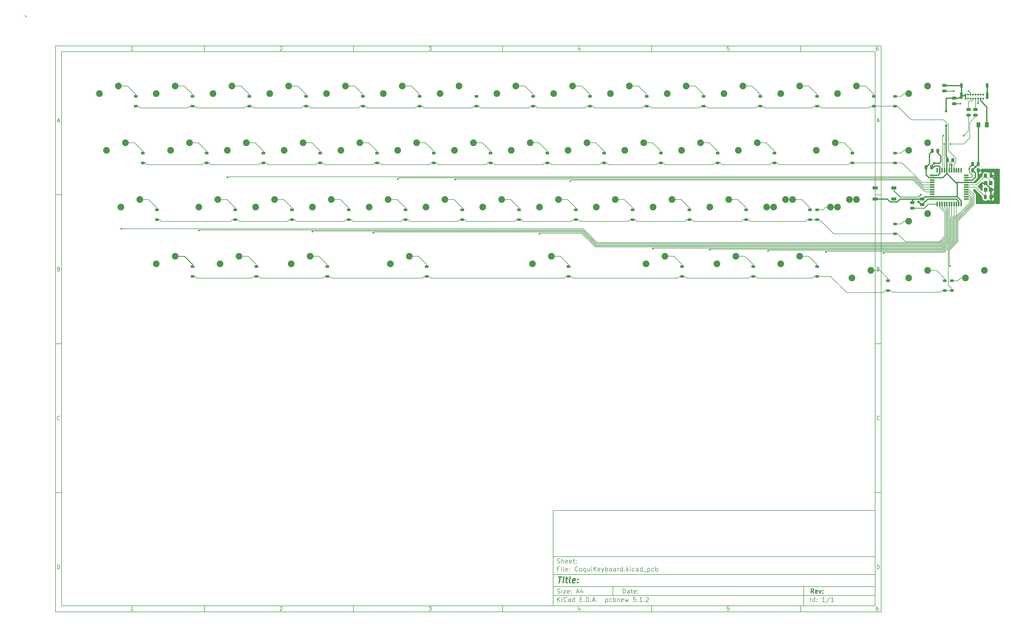
<source format=gbr>
%TF.GenerationSoftware,KiCad,Pcbnew,5.1.2*%
%TF.CreationDate,2019-06-09T19:24:23-04:00*%
%TF.ProjectId,CoquiKeyboard,436f7175-694b-4657-9962-6f6172642e6b,rev?*%
%TF.SameCoordinates,Original*%
%TF.FileFunction,Copper,L2,Bot*%
%TF.FilePolarity,Positive*%
%FSLAX46Y46*%
G04 Gerber Fmt 4.6, Leading zero omitted, Abs format (unit mm)*
G04 Created by KiCad (PCBNEW 5.1.2) date 2019-06-09 19:24:23*
%MOMM*%
%LPD*%
G04 APERTURE LIST*
%ADD10C,0.100000*%
%ADD11C,0.150000*%
%ADD12C,0.300000*%
%ADD13C,0.400000*%
%ADD14C,2.250000*%
%ADD15R,1.200000X0.900000*%
%ADD16C,0.975000*%
%ADD17C,0.650000*%
%ADD18O,0.900000X2.400000*%
%ADD19O,0.900000X1.700000*%
%ADD20C,1.250000*%
%ADD21R,1.800000X1.100000*%
%ADD22R,1.500000X0.550000*%
%ADD23R,0.550000X1.500000*%
%ADD24R,1.200000X1.400000*%
%ADD25C,0.800000*%
%ADD26C,0.600000*%
%ADD27C,0.203200*%
%ADD28C,0.381000*%
%ADD29C,0.250000*%
%ADD30C,0.200000*%
%ADD31C,0.254000*%
G04 APERTURE END LIST*
D10*
D11*
X177002200Y-166007200D02*
X177002200Y-198007200D01*
X285002200Y-198007200D01*
X285002200Y-166007200D01*
X177002200Y-166007200D01*
D10*
D11*
X10000000Y-10000000D02*
X10000000Y-200007200D01*
X287002200Y-200007200D01*
X287002200Y-10000000D01*
X10000000Y-10000000D01*
D10*
D11*
X12000000Y-12000000D02*
X12000000Y-198007200D01*
X285002200Y-198007200D01*
X285002200Y-12000000D01*
X12000000Y-12000000D01*
D10*
D11*
X60000000Y-12000000D02*
X60000000Y-10000000D01*
D10*
D11*
X110000000Y-12000000D02*
X110000000Y-10000000D01*
D10*
D11*
X160000000Y-12000000D02*
X160000000Y-10000000D01*
D10*
D11*
X210000000Y-12000000D02*
X210000000Y-10000000D01*
D10*
D11*
X260000000Y-12000000D02*
X260000000Y-10000000D01*
D10*
D11*
X36065476Y-11588095D02*
X35322619Y-11588095D01*
X35694047Y-11588095D02*
X35694047Y-10288095D01*
X35570238Y-10473809D01*
X35446428Y-10597619D01*
X35322619Y-10659523D01*
D10*
D11*
X85322619Y-10411904D02*
X85384523Y-10350000D01*
X85508333Y-10288095D01*
X85817857Y-10288095D01*
X85941666Y-10350000D01*
X86003571Y-10411904D01*
X86065476Y-10535714D01*
X86065476Y-10659523D01*
X86003571Y-10845238D01*
X85260714Y-11588095D01*
X86065476Y-11588095D01*
D10*
D11*
X135260714Y-10288095D02*
X136065476Y-10288095D01*
X135632142Y-10783333D01*
X135817857Y-10783333D01*
X135941666Y-10845238D01*
X136003571Y-10907142D01*
X136065476Y-11030952D01*
X136065476Y-11340476D01*
X136003571Y-11464285D01*
X135941666Y-11526190D01*
X135817857Y-11588095D01*
X135446428Y-11588095D01*
X135322619Y-11526190D01*
X135260714Y-11464285D01*
D10*
D11*
X185941666Y-10721428D02*
X185941666Y-11588095D01*
X185632142Y-10226190D02*
X185322619Y-11154761D01*
X186127380Y-11154761D01*
D10*
D11*
X236003571Y-10288095D02*
X235384523Y-10288095D01*
X235322619Y-10907142D01*
X235384523Y-10845238D01*
X235508333Y-10783333D01*
X235817857Y-10783333D01*
X235941666Y-10845238D01*
X236003571Y-10907142D01*
X236065476Y-11030952D01*
X236065476Y-11340476D01*
X236003571Y-11464285D01*
X235941666Y-11526190D01*
X235817857Y-11588095D01*
X235508333Y-11588095D01*
X235384523Y-11526190D01*
X235322619Y-11464285D01*
D10*
D11*
X285941666Y-10288095D02*
X285694047Y-10288095D01*
X285570238Y-10350000D01*
X285508333Y-10411904D01*
X285384523Y-10597619D01*
X285322619Y-10845238D01*
X285322619Y-11340476D01*
X285384523Y-11464285D01*
X285446428Y-11526190D01*
X285570238Y-11588095D01*
X285817857Y-11588095D01*
X285941666Y-11526190D01*
X286003571Y-11464285D01*
X286065476Y-11340476D01*
X286065476Y-11030952D01*
X286003571Y-10907142D01*
X285941666Y-10845238D01*
X285817857Y-10783333D01*
X285570238Y-10783333D01*
X285446428Y-10845238D01*
X285384523Y-10907142D01*
X285322619Y-11030952D01*
D10*
D11*
X60000000Y-198007200D02*
X60000000Y-200007200D01*
D10*
D11*
X110000000Y-198007200D02*
X110000000Y-200007200D01*
D10*
D11*
X160000000Y-198007200D02*
X160000000Y-200007200D01*
D10*
D11*
X210000000Y-198007200D02*
X210000000Y-200007200D01*
D10*
D11*
X260000000Y-198007200D02*
X260000000Y-200007200D01*
D10*
D11*
X36065476Y-199595295D02*
X35322619Y-199595295D01*
X35694047Y-199595295D02*
X35694047Y-198295295D01*
X35570238Y-198481009D01*
X35446428Y-198604819D01*
X35322619Y-198666723D01*
D10*
D11*
X85322619Y-198419104D02*
X85384523Y-198357200D01*
X85508333Y-198295295D01*
X85817857Y-198295295D01*
X85941666Y-198357200D01*
X86003571Y-198419104D01*
X86065476Y-198542914D01*
X86065476Y-198666723D01*
X86003571Y-198852438D01*
X85260714Y-199595295D01*
X86065476Y-199595295D01*
D10*
D11*
X135260714Y-198295295D02*
X136065476Y-198295295D01*
X135632142Y-198790533D01*
X135817857Y-198790533D01*
X135941666Y-198852438D01*
X136003571Y-198914342D01*
X136065476Y-199038152D01*
X136065476Y-199347676D01*
X136003571Y-199471485D01*
X135941666Y-199533390D01*
X135817857Y-199595295D01*
X135446428Y-199595295D01*
X135322619Y-199533390D01*
X135260714Y-199471485D01*
D10*
D11*
X185941666Y-198728628D02*
X185941666Y-199595295D01*
X185632142Y-198233390D02*
X185322619Y-199161961D01*
X186127380Y-199161961D01*
D10*
D11*
X236003571Y-198295295D02*
X235384523Y-198295295D01*
X235322619Y-198914342D01*
X235384523Y-198852438D01*
X235508333Y-198790533D01*
X235817857Y-198790533D01*
X235941666Y-198852438D01*
X236003571Y-198914342D01*
X236065476Y-199038152D01*
X236065476Y-199347676D01*
X236003571Y-199471485D01*
X235941666Y-199533390D01*
X235817857Y-199595295D01*
X235508333Y-199595295D01*
X235384523Y-199533390D01*
X235322619Y-199471485D01*
D10*
D11*
X285941666Y-198295295D02*
X285694047Y-198295295D01*
X285570238Y-198357200D01*
X285508333Y-198419104D01*
X285384523Y-198604819D01*
X285322619Y-198852438D01*
X285322619Y-199347676D01*
X285384523Y-199471485D01*
X285446428Y-199533390D01*
X285570238Y-199595295D01*
X285817857Y-199595295D01*
X285941666Y-199533390D01*
X286003571Y-199471485D01*
X286065476Y-199347676D01*
X286065476Y-199038152D01*
X286003571Y-198914342D01*
X285941666Y-198852438D01*
X285817857Y-198790533D01*
X285570238Y-198790533D01*
X285446428Y-198852438D01*
X285384523Y-198914342D01*
X285322619Y-199038152D01*
D10*
D11*
X10000000Y-60000000D02*
X12000000Y-60000000D01*
D10*
D11*
X10000000Y-110000000D02*
X12000000Y-110000000D01*
D10*
D11*
X10000000Y-160000000D02*
X12000000Y-160000000D01*
D10*
D11*
X10690476Y-35216666D02*
X11309523Y-35216666D01*
X10566666Y-35588095D02*
X11000000Y-34288095D01*
X11433333Y-35588095D01*
D10*
D11*
X11092857Y-84907142D02*
X11278571Y-84969047D01*
X11340476Y-85030952D01*
X11402380Y-85154761D01*
X11402380Y-85340476D01*
X11340476Y-85464285D01*
X11278571Y-85526190D01*
X11154761Y-85588095D01*
X10659523Y-85588095D01*
X10659523Y-84288095D01*
X11092857Y-84288095D01*
X11216666Y-84350000D01*
X11278571Y-84411904D01*
X11340476Y-84535714D01*
X11340476Y-84659523D01*
X11278571Y-84783333D01*
X11216666Y-84845238D01*
X11092857Y-84907142D01*
X10659523Y-84907142D01*
D10*
D11*
X11402380Y-135464285D02*
X11340476Y-135526190D01*
X11154761Y-135588095D01*
X11030952Y-135588095D01*
X10845238Y-135526190D01*
X10721428Y-135402380D01*
X10659523Y-135278571D01*
X10597619Y-135030952D01*
X10597619Y-134845238D01*
X10659523Y-134597619D01*
X10721428Y-134473809D01*
X10845238Y-134350000D01*
X11030952Y-134288095D01*
X11154761Y-134288095D01*
X11340476Y-134350000D01*
X11402380Y-134411904D01*
D10*
D11*
X10659523Y-185588095D02*
X10659523Y-184288095D01*
X10969047Y-184288095D01*
X11154761Y-184350000D01*
X11278571Y-184473809D01*
X11340476Y-184597619D01*
X11402380Y-184845238D01*
X11402380Y-185030952D01*
X11340476Y-185278571D01*
X11278571Y-185402380D01*
X11154761Y-185526190D01*
X10969047Y-185588095D01*
X10659523Y-185588095D01*
D10*
D11*
X287002200Y-60000000D02*
X285002200Y-60000000D01*
D10*
D11*
X287002200Y-110000000D02*
X285002200Y-110000000D01*
D10*
D11*
X287002200Y-160000000D02*
X285002200Y-160000000D01*
D10*
D11*
X285692676Y-35216666D02*
X286311723Y-35216666D01*
X285568866Y-35588095D02*
X286002200Y-34288095D01*
X286435533Y-35588095D01*
D10*
D11*
X286095057Y-84907142D02*
X286280771Y-84969047D01*
X286342676Y-85030952D01*
X286404580Y-85154761D01*
X286404580Y-85340476D01*
X286342676Y-85464285D01*
X286280771Y-85526190D01*
X286156961Y-85588095D01*
X285661723Y-85588095D01*
X285661723Y-84288095D01*
X286095057Y-84288095D01*
X286218866Y-84350000D01*
X286280771Y-84411904D01*
X286342676Y-84535714D01*
X286342676Y-84659523D01*
X286280771Y-84783333D01*
X286218866Y-84845238D01*
X286095057Y-84907142D01*
X285661723Y-84907142D01*
D10*
D11*
X286404580Y-135464285D02*
X286342676Y-135526190D01*
X286156961Y-135588095D01*
X286033152Y-135588095D01*
X285847438Y-135526190D01*
X285723628Y-135402380D01*
X285661723Y-135278571D01*
X285599819Y-135030952D01*
X285599819Y-134845238D01*
X285661723Y-134597619D01*
X285723628Y-134473809D01*
X285847438Y-134350000D01*
X286033152Y-134288095D01*
X286156961Y-134288095D01*
X286342676Y-134350000D01*
X286404580Y-134411904D01*
D10*
D11*
X285661723Y-185588095D02*
X285661723Y-184288095D01*
X285971247Y-184288095D01*
X286156961Y-184350000D01*
X286280771Y-184473809D01*
X286342676Y-184597619D01*
X286404580Y-184845238D01*
X286404580Y-185030952D01*
X286342676Y-185278571D01*
X286280771Y-185402380D01*
X286156961Y-185526190D01*
X285971247Y-185588095D01*
X285661723Y-185588095D01*
D10*
D11*
X200434342Y-193785771D02*
X200434342Y-192285771D01*
X200791485Y-192285771D01*
X201005771Y-192357200D01*
X201148628Y-192500057D01*
X201220057Y-192642914D01*
X201291485Y-192928628D01*
X201291485Y-193142914D01*
X201220057Y-193428628D01*
X201148628Y-193571485D01*
X201005771Y-193714342D01*
X200791485Y-193785771D01*
X200434342Y-193785771D01*
X202577200Y-193785771D02*
X202577200Y-193000057D01*
X202505771Y-192857200D01*
X202362914Y-192785771D01*
X202077200Y-192785771D01*
X201934342Y-192857200D01*
X202577200Y-193714342D02*
X202434342Y-193785771D01*
X202077200Y-193785771D01*
X201934342Y-193714342D01*
X201862914Y-193571485D01*
X201862914Y-193428628D01*
X201934342Y-193285771D01*
X202077200Y-193214342D01*
X202434342Y-193214342D01*
X202577200Y-193142914D01*
X203077200Y-192785771D02*
X203648628Y-192785771D01*
X203291485Y-192285771D02*
X203291485Y-193571485D01*
X203362914Y-193714342D01*
X203505771Y-193785771D01*
X203648628Y-193785771D01*
X204720057Y-193714342D02*
X204577200Y-193785771D01*
X204291485Y-193785771D01*
X204148628Y-193714342D01*
X204077200Y-193571485D01*
X204077200Y-193000057D01*
X204148628Y-192857200D01*
X204291485Y-192785771D01*
X204577200Y-192785771D01*
X204720057Y-192857200D01*
X204791485Y-193000057D01*
X204791485Y-193142914D01*
X204077200Y-193285771D01*
X205434342Y-193642914D02*
X205505771Y-193714342D01*
X205434342Y-193785771D01*
X205362914Y-193714342D01*
X205434342Y-193642914D01*
X205434342Y-193785771D01*
X205434342Y-192857200D02*
X205505771Y-192928628D01*
X205434342Y-193000057D01*
X205362914Y-192928628D01*
X205434342Y-192857200D01*
X205434342Y-193000057D01*
D10*
D11*
X177002200Y-194507200D02*
X285002200Y-194507200D01*
D10*
D11*
X178434342Y-196585771D02*
X178434342Y-195085771D01*
X179291485Y-196585771D02*
X178648628Y-195728628D01*
X179291485Y-195085771D02*
X178434342Y-195942914D01*
X179934342Y-196585771D02*
X179934342Y-195585771D01*
X179934342Y-195085771D02*
X179862914Y-195157200D01*
X179934342Y-195228628D01*
X180005771Y-195157200D01*
X179934342Y-195085771D01*
X179934342Y-195228628D01*
X181505771Y-196442914D02*
X181434342Y-196514342D01*
X181220057Y-196585771D01*
X181077200Y-196585771D01*
X180862914Y-196514342D01*
X180720057Y-196371485D01*
X180648628Y-196228628D01*
X180577200Y-195942914D01*
X180577200Y-195728628D01*
X180648628Y-195442914D01*
X180720057Y-195300057D01*
X180862914Y-195157200D01*
X181077200Y-195085771D01*
X181220057Y-195085771D01*
X181434342Y-195157200D01*
X181505771Y-195228628D01*
X182791485Y-196585771D02*
X182791485Y-195800057D01*
X182720057Y-195657200D01*
X182577200Y-195585771D01*
X182291485Y-195585771D01*
X182148628Y-195657200D01*
X182791485Y-196514342D02*
X182648628Y-196585771D01*
X182291485Y-196585771D01*
X182148628Y-196514342D01*
X182077200Y-196371485D01*
X182077200Y-196228628D01*
X182148628Y-196085771D01*
X182291485Y-196014342D01*
X182648628Y-196014342D01*
X182791485Y-195942914D01*
X184148628Y-196585771D02*
X184148628Y-195085771D01*
X184148628Y-196514342D02*
X184005771Y-196585771D01*
X183720057Y-196585771D01*
X183577200Y-196514342D01*
X183505771Y-196442914D01*
X183434342Y-196300057D01*
X183434342Y-195871485D01*
X183505771Y-195728628D01*
X183577200Y-195657200D01*
X183720057Y-195585771D01*
X184005771Y-195585771D01*
X184148628Y-195657200D01*
X186005771Y-195800057D02*
X186505771Y-195800057D01*
X186720057Y-196585771D02*
X186005771Y-196585771D01*
X186005771Y-195085771D01*
X186720057Y-195085771D01*
X187362914Y-196442914D02*
X187434342Y-196514342D01*
X187362914Y-196585771D01*
X187291485Y-196514342D01*
X187362914Y-196442914D01*
X187362914Y-196585771D01*
X188077200Y-196585771D02*
X188077200Y-195085771D01*
X188434342Y-195085771D01*
X188648628Y-195157200D01*
X188791485Y-195300057D01*
X188862914Y-195442914D01*
X188934342Y-195728628D01*
X188934342Y-195942914D01*
X188862914Y-196228628D01*
X188791485Y-196371485D01*
X188648628Y-196514342D01*
X188434342Y-196585771D01*
X188077200Y-196585771D01*
X189577200Y-196442914D02*
X189648628Y-196514342D01*
X189577200Y-196585771D01*
X189505771Y-196514342D01*
X189577200Y-196442914D01*
X189577200Y-196585771D01*
X190220057Y-196157200D02*
X190934342Y-196157200D01*
X190077200Y-196585771D02*
X190577200Y-195085771D01*
X191077200Y-196585771D01*
X191577200Y-196442914D02*
X191648628Y-196514342D01*
X191577200Y-196585771D01*
X191505771Y-196514342D01*
X191577200Y-196442914D01*
X191577200Y-196585771D01*
X194577200Y-195585771D02*
X194577200Y-197085771D01*
X194577200Y-195657200D02*
X194720057Y-195585771D01*
X195005771Y-195585771D01*
X195148628Y-195657200D01*
X195220057Y-195728628D01*
X195291485Y-195871485D01*
X195291485Y-196300057D01*
X195220057Y-196442914D01*
X195148628Y-196514342D01*
X195005771Y-196585771D01*
X194720057Y-196585771D01*
X194577200Y-196514342D01*
X196577200Y-196514342D02*
X196434342Y-196585771D01*
X196148628Y-196585771D01*
X196005771Y-196514342D01*
X195934342Y-196442914D01*
X195862914Y-196300057D01*
X195862914Y-195871485D01*
X195934342Y-195728628D01*
X196005771Y-195657200D01*
X196148628Y-195585771D01*
X196434342Y-195585771D01*
X196577200Y-195657200D01*
X197220057Y-196585771D02*
X197220057Y-195085771D01*
X197220057Y-195657200D02*
X197362914Y-195585771D01*
X197648628Y-195585771D01*
X197791485Y-195657200D01*
X197862914Y-195728628D01*
X197934342Y-195871485D01*
X197934342Y-196300057D01*
X197862914Y-196442914D01*
X197791485Y-196514342D01*
X197648628Y-196585771D01*
X197362914Y-196585771D01*
X197220057Y-196514342D01*
X198577200Y-195585771D02*
X198577200Y-196585771D01*
X198577200Y-195728628D02*
X198648628Y-195657200D01*
X198791485Y-195585771D01*
X199005771Y-195585771D01*
X199148628Y-195657200D01*
X199220057Y-195800057D01*
X199220057Y-196585771D01*
X200505771Y-196514342D02*
X200362914Y-196585771D01*
X200077200Y-196585771D01*
X199934342Y-196514342D01*
X199862914Y-196371485D01*
X199862914Y-195800057D01*
X199934342Y-195657200D01*
X200077200Y-195585771D01*
X200362914Y-195585771D01*
X200505771Y-195657200D01*
X200577200Y-195800057D01*
X200577200Y-195942914D01*
X199862914Y-196085771D01*
X201077200Y-195585771D02*
X201362914Y-196585771D01*
X201648628Y-195871485D01*
X201934342Y-196585771D01*
X202220057Y-195585771D01*
X204648628Y-195085771D02*
X203934342Y-195085771D01*
X203862914Y-195800057D01*
X203934342Y-195728628D01*
X204077200Y-195657200D01*
X204434342Y-195657200D01*
X204577200Y-195728628D01*
X204648628Y-195800057D01*
X204720057Y-195942914D01*
X204720057Y-196300057D01*
X204648628Y-196442914D01*
X204577200Y-196514342D01*
X204434342Y-196585771D01*
X204077200Y-196585771D01*
X203934342Y-196514342D01*
X203862914Y-196442914D01*
X205362914Y-196442914D02*
X205434342Y-196514342D01*
X205362914Y-196585771D01*
X205291485Y-196514342D01*
X205362914Y-196442914D01*
X205362914Y-196585771D01*
X206862914Y-196585771D02*
X206005771Y-196585771D01*
X206434342Y-196585771D02*
X206434342Y-195085771D01*
X206291485Y-195300057D01*
X206148628Y-195442914D01*
X206005771Y-195514342D01*
X207505771Y-196442914D02*
X207577200Y-196514342D01*
X207505771Y-196585771D01*
X207434342Y-196514342D01*
X207505771Y-196442914D01*
X207505771Y-196585771D01*
X208148628Y-195228628D02*
X208220057Y-195157200D01*
X208362914Y-195085771D01*
X208720057Y-195085771D01*
X208862914Y-195157200D01*
X208934342Y-195228628D01*
X209005771Y-195371485D01*
X209005771Y-195514342D01*
X208934342Y-195728628D01*
X208077200Y-196585771D01*
X209005771Y-196585771D01*
D10*
D11*
X177002200Y-191507200D02*
X285002200Y-191507200D01*
D10*
D12*
X264411485Y-193785771D02*
X263911485Y-193071485D01*
X263554342Y-193785771D02*
X263554342Y-192285771D01*
X264125771Y-192285771D01*
X264268628Y-192357200D01*
X264340057Y-192428628D01*
X264411485Y-192571485D01*
X264411485Y-192785771D01*
X264340057Y-192928628D01*
X264268628Y-193000057D01*
X264125771Y-193071485D01*
X263554342Y-193071485D01*
X265625771Y-193714342D02*
X265482914Y-193785771D01*
X265197200Y-193785771D01*
X265054342Y-193714342D01*
X264982914Y-193571485D01*
X264982914Y-193000057D01*
X265054342Y-192857200D01*
X265197200Y-192785771D01*
X265482914Y-192785771D01*
X265625771Y-192857200D01*
X265697200Y-193000057D01*
X265697200Y-193142914D01*
X264982914Y-193285771D01*
X266197200Y-192785771D02*
X266554342Y-193785771D01*
X266911485Y-192785771D01*
X267482914Y-193642914D02*
X267554342Y-193714342D01*
X267482914Y-193785771D01*
X267411485Y-193714342D01*
X267482914Y-193642914D01*
X267482914Y-193785771D01*
X267482914Y-192857200D02*
X267554342Y-192928628D01*
X267482914Y-193000057D01*
X267411485Y-192928628D01*
X267482914Y-192857200D01*
X267482914Y-193000057D01*
D10*
D11*
X178362914Y-193714342D02*
X178577200Y-193785771D01*
X178934342Y-193785771D01*
X179077200Y-193714342D01*
X179148628Y-193642914D01*
X179220057Y-193500057D01*
X179220057Y-193357200D01*
X179148628Y-193214342D01*
X179077200Y-193142914D01*
X178934342Y-193071485D01*
X178648628Y-193000057D01*
X178505771Y-192928628D01*
X178434342Y-192857200D01*
X178362914Y-192714342D01*
X178362914Y-192571485D01*
X178434342Y-192428628D01*
X178505771Y-192357200D01*
X178648628Y-192285771D01*
X179005771Y-192285771D01*
X179220057Y-192357200D01*
X179862914Y-193785771D02*
X179862914Y-192785771D01*
X179862914Y-192285771D02*
X179791485Y-192357200D01*
X179862914Y-192428628D01*
X179934342Y-192357200D01*
X179862914Y-192285771D01*
X179862914Y-192428628D01*
X180434342Y-192785771D02*
X181220057Y-192785771D01*
X180434342Y-193785771D01*
X181220057Y-193785771D01*
X182362914Y-193714342D02*
X182220057Y-193785771D01*
X181934342Y-193785771D01*
X181791485Y-193714342D01*
X181720057Y-193571485D01*
X181720057Y-193000057D01*
X181791485Y-192857200D01*
X181934342Y-192785771D01*
X182220057Y-192785771D01*
X182362914Y-192857200D01*
X182434342Y-193000057D01*
X182434342Y-193142914D01*
X181720057Y-193285771D01*
X183077200Y-193642914D02*
X183148628Y-193714342D01*
X183077200Y-193785771D01*
X183005771Y-193714342D01*
X183077200Y-193642914D01*
X183077200Y-193785771D01*
X183077200Y-192857200D02*
X183148628Y-192928628D01*
X183077200Y-193000057D01*
X183005771Y-192928628D01*
X183077200Y-192857200D01*
X183077200Y-193000057D01*
X184862914Y-193357200D02*
X185577200Y-193357200D01*
X184720057Y-193785771D02*
X185220057Y-192285771D01*
X185720057Y-193785771D01*
X186862914Y-192785771D02*
X186862914Y-193785771D01*
X186505771Y-192214342D02*
X186148628Y-193285771D01*
X187077200Y-193285771D01*
D10*
D11*
X263434342Y-196585771D02*
X263434342Y-195085771D01*
X264791485Y-196585771D02*
X264791485Y-195085771D01*
X264791485Y-196514342D02*
X264648628Y-196585771D01*
X264362914Y-196585771D01*
X264220057Y-196514342D01*
X264148628Y-196442914D01*
X264077200Y-196300057D01*
X264077200Y-195871485D01*
X264148628Y-195728628D01*
X264220057Y-195657200D01*
X264362914Y-195585771D01*
X264648628Y-195585771D01*
X264791485Y-195657200D01*
X265505771Y-196442914D02*
X265577200Y-196514342D01*
X265505771Y-196585771D01*
X265434342Y-196514342D01*
X265505771Y-196442914D01*
X265505771Y-196585771D01*
X265505771Y-195657200D02*
X265577200Y-195728628D01*
X265505771Y-195800057D01*
X265434342Y-195728628D01*
X265505771Y-195657200D01*
X265505771Y-195800057D01*
X268148628Y-196585771D02*
X267291485Y-196585771D01*
X267720057Y-196585771D02*
X267720057Y-195085771D01*
X267577200Y-195300057D01*
X267434342Y-195442914D01*
X267291485Y-195514342D01*
X269862914Y-195014342D02*
X268577200Y-196942914D01*
X271148628Y-196585771D02*
X270291485Y-196585771D01*
X270720057Y-196585771D02*
X270720057Y-195085771D01*
X270577200Y-195300057D01*
X270434342Y-195442914D01*
X270291485Y-195514342D01*
D10*
D11*
X177002200Y-187507200D02*
X285002200Y-187507200D01*
D10*
D13*
X178714580Y-188211961D02*
X179857438Y-188211961D01*
X179036009Y-190211961D02*
X179286009Y-188211961D01*
X180274104Y-190211961D02*
X180440771Y-188878628D01*
X180524104Y-188211961D02*
X180416961Y-188307200D01*
X180500295Y-188402438D01*
X180607438Y-188307200D01*
X180524104Y-188211961D01*
X180500295Y-188402438D01*
X181107438Y-188878628D02*
X181869342Y-188878628D01*
X181476485Y-188211961D02*
X181262200Y-189926247D01*
X181333628Y-190116723D01*
X181512200Y-190211961D01*
X181702676Y-190211961D01*
X182655057Y-190211961D02*
X182476485Y-190116723D01*
X182405057Y-189926247D01*
X182619342Y-188211961D01*
X184190771Y-190116723D02*
X183988390Y-190211961D01*
X183607438Y-190211961D01*
X183428866Y-190116723D01*
X183357438Y-189926247D01*
X183452676Y-189164342D01*
X183571723Y-188973866D01*
X183774104Y-188878628D01*
X184155057Y-188878628D01*
X184333628Y-188973866D01*
X184405057Y-189164342D01*
X184381247Y-189354819D01*
X183405057Y-189545295D01*
X185155057Y-190021485D02*
X185238390Y-190116723D01*
X185131247Y-190211961D01*
X185047914Y-190116723D01*
X185155057Y-190021485D01*
X185131247Y-190211961D01*
X185286009Y-188973866D02*
X185369342Y-189069104D01*
X185262200Y-189164342D01*
X185178866Y-189069104D01*
X185286009Y-188973866D01*
X185262200Y-189164342D01*
D10*
D11*
X178934342Y-185600057D02*
X178434342Y-185600057D01*
X178434342Y-186385771D02*
X178434342Y-184885771D01*
X179148628Y-184885771D01*
X179720057Y-186385771D02*
X179720057Y-185385771D01*
X179720057Y-184885771D02*
X179648628Y-184957200D01*
X179720057Y-185028628D01*
X179791485Y-184957200D01*
X179720057Y-184885771D01*
X179720057Y-185028628D01*
X180648628Y-186385771D02*
X180505771Y-186314342D01*
X180434342Y-186171485D01*
X180434342Y-184885771D01*
X181791485Y-186314342D02*
X181648628Y-186385771D01*
X181362914Y-186385771D01*
X181220057Y-186314342D01*
X181148628Y-186171485D01*
X181148628Y-185600057D01*
X181220057Y-185457200D01*
X181362914Y-185385771D01*
X181648628Y-185385771D01*
X181791485Y-185457200D01*
X181862914Y-185600057D01*
X181862914Y-185742914D01*
X181148628Y-185885771D01*
X182505771Y-186242914D02*
X182577200Y-186314342D01*
X182505771Y-186385771D01*
X182434342Y-186314342D01*
X182505771Y-186242914D01*
X182505771Y-186385771D01*
X182505771Y-185457200D02*
X182577200Y-185528628D01*
X182505771Y-185600057D01*
X182434342Y-185528628D01*
X182505771Y-185457200D01*
X182505771Y-185600057D01*
X185220057Y-186242914D02*
X185148628Y-186314342D01*
X184934342Y-186385771D01*
X184791485Y-186385771D01*
X184577200Y-186314342D01*
X184434342Y-186171485D01*
X184362914Y-186028628D01*
X184291485Y-185742914D01*
X184291485Y-185528628D01*
X184362914Y-185242914D01*
X184434342Y-185100057D01*
X184577200Y-184957200D01*
X184791485Y-184885771D01*
X184934342Y-184885771D01*
X185148628Y-184957200D01*
X185220057Y-185028628D01*
X186077200Y-186385771D02*
X185934342Y-186314342D01*
X185862914Y-186242914D01*
X185791485Y-186100057D01*
X185791485Y-185671485D01*
X185862914Y-185528628D01*
X185934342Y-185457200D01*
X186077200Y-185385771D01*
X186291485Y-185385771D01*
X186434342Y-185457200D01*
X186505771Y-185528628D01*
X186577200Y-185671485D01*
X186577200Y-186100057D01*
X186505771Y-186242914D01*
X186434342Y-186314342D01*
X186291485Y-186385771D01*
X186077200Y-186385771D01*
X187862914Y-185385771D02*
X187862914Y-186885771D01*
X187862914Y-186314342D02*
X187720057Y-186385771D01*
X187434342Y-186385771D01*
X187291485Y-186314342D01*
X187220057Y-186242914D01*
X187148628Y-186100057D01*
X187148628Y-185671485D01*
X187220057Y-185528628D01*
X187291485Y-185457200D01*
X187434342Y-185385771D01*
X187720057Y-185385771D01*
X187862914Y-185457200D01*
X189220057Y-185385771D02*
X189220057Y-186385771D01*
X188577200Y-185385771D02*
X188577200Y-186171485D01*
X188648628Y-186314342D01*
X188791485Y-186385771D01*
X189005771Y-186385771D01*
X189148628Y-186314342D01*
X189220057Y-186242914D01*
X189934342Y-186385771D02*
X189934342Y-185385771D01*
X189934342Y-184885771D02*
X189862914Y-184957200D01*
X189934342Y-185028628D01*
X190005771Y-184957200D01*
X189934342Y-184885771D01*
X189934342Y-185028628D01*
X190648628Y-186385771D02*
X190648628Y-184885771D01*
X191505771Y-186385771D02*
X190862914Y-185528628D01*
X191505771Y-184885771D02*
X190648628Y-185742914D01*
X192720057Y-186314342D02*
X192577200Y-186385771D01*
X192291485Y-186385771D01*
X192148628Y-186314342D01*
X192077200Y-186171485D01*
X192077200Y-185600057D01*
X192148628Y-185457200D01*
X192291485Y-185385771D01*
X192577200Y-185385771D01*
X192720057Y-185457200D01*
X192791485Y-185600057D01*
X192791485Y-185742914D01*
X192077200Y-185885771D01*
X193291485Y-185385771D02*
X193648628Y-186385771D01*
X194005771Y-185385771D02*
X193648628Y-186385771D01*
X193505771Y-186742914D01*
X193434342Y-186814342D01*
X193291485Y-186885771D01*
X194577200Y-186385771D02*
X194577200Y-184885771D01*
X194577200Y-185457200D02*
X194720057Y-185385771D01*
X195005771Y-185385771D01*
X195148628Y-185457200D01*
X195220057Y-185528628D01*
X195291485Y-185671485D01*
X195291485Y-186100057D01*
X195220057Y-186242914D01*
X195148628Y-186314342D01*
X195005771Y-186385771D01*
X194720057Y-186385771D01*
X194577200Y-186314342D01*
X196148628Y-186385771D02*
X196005771Y-186314342D01*
X195934342Y-186242914D01*
X195862914Y-186100057D01*
X195862914Y-185671485D01*
X195934342Y-185528628D01*
X196005771Y-185457200D01*
X196148628Y-185385771D01*
X196362914Y-185385771D01*
X196505771Y-185457200D01*
X196577200Y-185528628D01*
X196648628Y-185671485D01*
X196648628Y-186100057D01*
X196577200Y-186242914D01*
X196505771Y-186314342D01*
X196362914Y-186385771D01*
X196148628Y-186385771D01*
X197934342Y-186385771D02*
X197934342Y-185600057D01*
X197862914Y-185457200D01*
X197720057Y-185385771D01*
X197434342Y-185385771D01*
X197291485Y-185457200D01*
X197934342Y-186314342D02*
X197791485Y-186385771D01*
X197434342Y-186385771D01*
X197291485Y-186314342D01*
X197220057Y-186171485D01*
X197220057Y-186028628D01*
X197291485Y-185885771D01*
X197434342Y-185814342D01*
X197791485Y-185814342D01*
X197934342Y-185742914D01*
X198648628Y-186385771D02*
X198648628Y-185385771D01*
X198648628Y-185671485D02*
X198720057Y-185528628D01*
X198791485Y-185457200D01*
X198934342Y-185385771D01*
X199077200Y-185385771D01*
X200220057Y-186385771D02*
X200220057Y-184885771D01*
X200220057Y-186314342D02*
X200077200Y-186385771D01*
X199791485Y-186385771D01*
X199648628Y-186314342D01*
X199577200Y-186242914D01*
X199505771Y-186100057D01*
X199505771Y-185671485D01*
X199577200Y-185528628D01*
X199648628Y-185457200D01*
X199791485Y-185385771D01*
X200077200Y-185385771D01*
X200220057Y-185457200D01*
X200934342Y-186242914D02*
X201005771Y-186314342D01*
X200934342Y-186385771D01*
X200862914Y-186314342D01*
X200934342Y-186242914D01*
X200934342Y-186385771D01*
X201648628Y-186385771D02*
X201648628Y-184885771D01*
X201791485Y-185814342D02*
X202220057Y-186385771D01*
X202220057Y-185385771D02*
X201648628Y-185957200D01*
X202862914Y-186385771D02*
X202862914Y-185385771D01*
X202862914Y-184885771D02*
X202791485Y-184957200D01*
X202862914Y-185028628D01*
X202934342Y-184957200D01*
X202862914Y-184885771D01*
X202862914Y-185028628D01*
X204220057Y-186314342D02*
X204077200Y-186385771D01*
X203791485Y-186385771D01*
X203648628Y-186314342D01*
X203577200Y-186242914D01*
X203505771Y-186100057D01*
X203505771Y-185671485D01*
X203577200Y-185528628D01*
X203648628Y-185457200D01*
X203791485Y-185385771D01*
X204077200Y-185385771D01*
X204220057Y-185457200D01*
X205505771Y-186385771D02*
X205505771Y-185600057D01*
X205434342Y-185457200D01*
X205291485Y-185385771D01*
X205005771Y-185385771D01*
X204862914Y-185457200D01*
X205505771Y-186314342D02*
X205362914Y-186385771D01*
X205005771Y-186385771D01*
X204862914Y-186314342D01*
X204791485Y-186171485D01*
X204791485Y-186028628D01*
X204862914Y-185885771D01*
X205005771Y-185814342D01*
X205362914Y-185814342D01*
X205505771Y-185742914D01*
X206862914Y-186385771D02*
X206862914Y-184885771D01*
X206862914Y-186314342D02*
X206720057Y-186385771D01*
X206434342Y-186385771D01*
X206291485Y-186314342D01*
X206220057Y-186242914D01*
X206148628Y-186100057D01*
X206148628Y-185671485D01*
X206220057Y-185528628D01*
X206291485Y-185457200D01*
X206434342Y-185385771D01*
X206720057Y-185385771D01*
X206862914Y-185457200D01*
X207220057Y-186528628D02*
X208362914Y-186528628D01*
X208720057Y-185385771D02*
X208720057Y-186885771D01*
X208720057Y-185457200D02*
X208862914Y-185385771D01*
X209148628Y-185385771D01*
X209291485Y-185457200D01*
X209362914Y-185528628D01*
X209434342Y-185671485D01*
X209434342Y-186100057D01*
X209362914Y-186242914D01*
X209291485Y-186314342D01*
X209148628Y-186385771D01*
X208862914Y-186385771D01*
X208720057Y-186314342D01*
X210720057Y-186314342D02*
X210577200Y-186385771D01*
X210291485Y-186385771D01*
X210148628Y-186314342D01*
X210077200Y-186242914D01*
X210005771Y-186100057D01*
X210005771Y-185671485D01*
X210077200Y-185528628D01*
X210148628Y-185457200D01*
X210291485Y-185385771D01*
X210577200Y-185385771D01*
X210720057Y-185457200D01*
X211362914Y-186385771D02*
X211362914Y-184885771D01*
X211362914Y-185457200D02*
X211505771Y-185385771D01*
X211791485Y-185385771D01*
X211934342Y-185457200D01*
X212005771Y-185528628D01*
X212077200Y-185671485D01*
X212077200Y-186100057D01*
X212005771Y-186242914D01*
X211934342Y-186314342D01*
X211791485Y-186385771D01*
X211505771Y-186385771D01*
X211362914Y-186314342D01*
D10*
D11*
X177002200Y-181507200D02*
X285002200Y-181507200D01*
D10*
D11*
X178362914Y-183614342D02*
X178577200Y-183685771D01*
X178934342Y-183685771D01*
X179077200Y-183614342D01*
X179148628Y-183542914D01*
X179220057Y-183400057D01*
X179220057Y-183257200D01*
X179148628Y-183114342D01*
X179077200Y-183042914D01*
X178934342Y-182971485D01*
X178648628Y-182900057D01*
X178505771Y-182828628D01*
X178434342Y-182757200D01*
X178362914Y-182614342D01*
X178362914Y-182471485D01*
X178434342Y-182328628D01*
X178505771Y-182257200D01*
X178648628Y-182185771D01*
X179005771Y-182185771D01*
X179220057Y-182257200D01*
X179862914Y-183685771D02*
X179862914Y-182185771D01*
X180505771Y-183685771D02*
X180505771Y-182900057D01*
X180434342Y-182757200D01*
X180291485Y-182685771D01*
X180077200Y-182685771D01*
X179934342Y-182757200D01*
X179862914Y-182828628D01*
X181791485Y-183614342D02*
X181648628Y-183685771D01*
X181362914Y-183685771D01*
X181220057Y-183614342D01*
X181148628Y-183471485D01*
X181148628Y-182900057D01*
X181220057Y-182757200D01*
X181362914Y-182685771D01*
X181648628Y-182685771D01*
X181791485Y-182757200D01*
X181862914Y-182900057D01*
X181862914Y-183042914D01*
X181148628Y-183185771D01*
X183077200Y-183614342D02*
X182934342Y-183685771D01*
X182648628Y-183685771D01*
X182505771Y-183614342D01*
X182434342Y-183471485D01*
X182434342Y-182900057D01*
X182505771Y-182757200D01*
X182648628Y-182685771D01*
X182934342Y-182685771D01*
X183077200Y-182757200D01*
X183148628Y-182900057D01*
X183148628Y-183042914D01*
X182434342Y-183185771D01*
X183577200Y-182685771D02*
X184148628Y-182685771D01*
X183791485Y-182185771D02*
X183791485Y-183471485D01*
X183862914Y-183614342D01*
X184005771Y-183685771D01*
X184148628Y-183685771D01*
X184648628Y-183542914D02*
X184720057Y-183614342D01*
X184648628Y-183685771D01*
X184577200Y-183614342D01*
X184648628Y-183542914D01*
X184648628Y-183685771D01*
X184648628Y-182757200D02*
X184720057Y-182828628D01*
X184648628Y-182900057D01*
X184577200Y-182828628D01*
X184648628Y-182757200D01*
X184648628Y-182900057D01*
D10*
D11*
X197002200Y-191507200D02*
X197002200Y-194507200D01*
D10*
D11*
X261002200Y-191507200D02*
X261002200Y-198007200D01*
D14*
X302577500Y-23495000D03*
X296227500Y-26035000D03*
D15*
X151257000Y-26924000D03*
X151257000Y-30224000D03*
D14*
X164465000Y-23495000D03*
X158115000Y-26035000D03*
D10*
G36*
X312011142Y-28947674D02*
G01*
X312034803Y-28951184D01*
X312058007Y-28956996D01*
X312080529Y-28965054D01*
X312102153Y-28975282D01*
X312122670Y-28987579D01*
X312141883Y-29001829D01*
X312159607Y-29017893D01*
X312175671Y-29035617D01*
X312189921Y-29054830D01*
X312202218Y-29075347D01*
X312212446Y-29096971D01*
X312220504Y-29119493D01*
X312226316Y-29142697D01*
X312229826Y-29166358D01*
X312231000Y-29190250D01*
X312231000Y-29677750D01*
X312229826Y-29701642D01*
X312226316Y-29725303D01*
X312220504Y-29748507D01*
X312212446Y-29771029D01*
X312202218Y-29792653D01*
X312189921Y-29813170D01*
X312175671Y-29832383D01*
X312159607Y-29850107D01*
X312141883Y-29866171D01*
X312122670Y-29880421D01*
X312102153Y-29892718D01*
X312080529Y-29902946D01*
X312058007Y-29911004D01*
X312034803Y-29916816D01*
X312011142Y-29920326D01*
X311987250Y-29921500D01*
X311074750Y-29921500D01*
X311050858Y-29920326D01*
X311027197Y-29916816D01*
X311003993Y-29911004D01*
X310981471Y-29902946D01*
X310959847Y-29892718D01*
X310939330Y-29880421D01*
X310920117Y-29866171D01*
X310902393Y-29850107D01*
X310886329Y-29832383D01*
X310872079Y-29813170D01*
X310859782Y-29792653D01*
X310849554Y-29771029D01*
X310841496Y-29748507D01*
X310835684Y-29725303D01*
X310832174Y-29701642D01*
X310831000Y-29677750D01*
X310831000Y-29190250D01*
X310832174Y-29166358D01*
X310835684Y-29142697D01*
X310841496Y-29119493D01*
X310849554Y-29096971D01*
X310859782Y-29075347D01*
X310872079Y-29054830D01*
X310886329Y-29035617D01*
X310902393Y-29017893D01*
X310920117Y-29001829D01*
X310939330Y-28987579D01*
X310959847Y-28975282D01*
X310981471Y-28965054D01*
X311003993Y-28956996D01*
X311027197Y-28951184D01*
X311050858Y-28947674D01*
X311074750Y-28946500D01*
X311987250Y-28946500D01*
X312011142Y-28947674D01*
X312011142Y-28947674D01*
G37*
D16*
X311531000Y-29434000D03*
D10*
G36*
X312011142Y-27072674D02*
G01*
X312034803Y-27076184D01*
X312058007Y-27081996D01*
X312080529Y-27090054D01*
X312102153Y-27100282D01*
X312122670Y-27112579D01*
X312141883Y-27126829D01*
X312159607Y-27142893D01*
X312175671Y-27160617D01*
X312189921Y-27179830D01*
X312202218Y-27200347D01*
X312212446Y-27221971D01*
X312220504Y-27244493D01*
X312226316Y-27267697D01*
X312229826Y-27291358D01*
X312231000Y-27315250D01*
X312231000Y-27802750D01*
X312229826Y-27826642D01*
X312226316Y-27850303D01*
X312220504Y-27873507D01*
X312212446Y-27896029D01*
X312202218Y-27917653D01*
X312189921Y-27938170D01*
X312175671Y-27957383D01*
X312159607Y-27975107D01*
X312141883Y-27991171D01*
X312122670Y-28005421D01*
X312102153Y-28017718D01*
X312080529Y-28027946D01*
X312058007Y-28036004D01*
X312034803Y-28041816D01*
X312011142Y-28045326D01*
X311987250Y-28046500D01*
X311074750Y-28046500D01*
X311050858Y-28045326D01*
X311027197Y-28041816D01*
X311003993Y-28036004D01*
X310981471Y-28027946D01*
X310959847Y-28017718D01*
X310939330Y-28005421D01*
X310920117Y-27991171D01*
X310902393Y-27975107D01*
X310886329Y-27957383D01*
X310872079Y-27938170D01*
X310859782Y-27917653D01*
X310849554Y-27896029D01*
X310841496Y-27873507D01*
X310835684Y-27850303D01*
X310832174Y-27826642D01*
X310831000Y-27802750D01*
X310831000Y-27315250D01*
X310832174Y-27291358D01*
X310835684Y-27267697D01*
X310841496Y-27244493D01*
X310849554Y-27221971D01*
X310859782Y-27200347D01*
X310872079Y-27179830D01*
X310886329Y-27160617D01*
X310902393Y-27142893D01*
X310920117Y-27126829D01*
X310939330Y-27112579D01*
X310959847Y-27100282D01*
X310981471Y-27090054D01*
X311003993Y-27081996D01*
X311027197Y-27076184D01*
X311050858Y-27072674D01*
X311074750Y-27071500D01*
X311987250Y-27071500D01*
X312011142Y-27072674D01*
X312011142Y-27072674D01*
G37*
D16*
X311531000Y-27559000D03*
D10*
G36*
X308709142Y-22784674D02*
G01*
X308732803Y-22788184D01*
X308756007Y-22793996D01*
X308778529Y-22802054D01*
X308800153Y-22812282D01*
X308820670Y-22824579D01*
X308839883Y-22838829D01*
X308857607Y-22854893D01*
X308873671Y-22872617D01*
X308887921Y-22891830D01*
X308900218Y-22912347D01*
X308910446Y-22933971D01*
X308918504Y-22956493D01*
X308924316Y-22979697D01*
X308927826Y-23003358D01*
X308929000Y-23027250D01*
X308929000Y-23514750D01*
X308927826Y-23538642D01*
X308924316Y-23562303D01*
X308918504Y-23585507D01*
X308910446Y-23608029D01*
X308900218Y-23629653D01*
X308887921Y-23650170D01*
X308873671Y-23669383D01*
X308857607Y-23687107D01*
X308839883Y-23703171D01*
X308820670Y-23717421D01*
X308800153Y-23729718D01*
X308778529Y-23739946D01*
X308756007Y-23748004D01*
X308732803Y-23753816D01*
X308709142Y-23757326D01*
X308685250Y-23758500D01*
X307772750Y-23758500D01*
X307748858Y-23757326D01*
X307725197Y-23753816D01*
X307701993Y-23748004D01*
X307679471Y-23739946D01*
X307657847Y-23729718D01*
X307637330Y-23717421D01*
X307618117Y-23703171D01*
X307600393Y-23687107D01*
X307584329Y-23669383D01*
X307570079Y-23650170D01*
X307557782Y-23629653D01*
X307547554Y-23608029D01*
X307539496Y-23585507D01*
X307533684Y-23562303D01*
X307530174Y-23538642D01*
X307529000Y-23514750D01*
X307529000Y-23027250D01*
X307530174Y-23003358D01*
X307533684Y-22979697D01*
X307539496Y-22956493D01*
X307547554Y-22933971D01*
X307557782Y-22912347D01*
X307570079Y-22891830D01*
X307584329Y-22872617D01*
X307600393Y-22854893D01*
X307618117Y-22838829D01*
X307637330Y-22824579D01*
X307657847Y-22812282D01*
X307679471Y-22802054D01*
X307701993Y-22793996D01*
X307725197Y-22788184D01*
X307748858Y-22784674D01*
X307772750Y-22783500D01*
X308685250Y-22783500D01*
X308709142Y-22784674D01*
X308709142Y-22784674D01*
G37*
D16*
X308229000Y-23271000D03*
D10*
G36*
X308709142Y-24659674D02*
G01*
X308732803Y-24663184D01*
X308756007Y-24668996D01*
X308778529Y-24677054D01*
X308800153Y-24687282D01*
X308820670Y-24699579D01*
X308839883Y-24713829D01*
X308857607Y-24729893D01*
X308873671Y-24747617D01*
X308887921Y-24766830D01*
X308900218Y-24787347D01*
X308910446Y-24808971D01*
X308918504Y-24831493D01*
X308924316Y-24854697D01*
X308927826Y-24878358D01*
X308929000Y-24902250D01*
X308929000Y-25389750D01*
X308927826Y-25413642D01*
X308924316Y-25437303D01*
X308918504Y-25460507D01*
X308910446Y-25483029D01*
X308900218Y-25504653D01*
X308887921Y-25525170D01*
X308873671Y-25544383D01*
X308857607Y-25562107D01*
X308839883Y-25578171D01*
X308820670Y-25592421D01*
X308800153Y-25604718D01*
X308778529Y-25614946D01*
X308756007Y-25623004D01*
X308732803Y-25628816D01*
X308709142Y-25632326D01*
X308685250Y-25633500D01*
X307772750Y-25633500D01*
X307748858Y-25632326D01*
X307725197Y-25628816D01*
X307701993Y-25623004D01*
X307679471Y-25614946D01*
X307657847Y-25604718D01*
X307637330Y-25592421D01*
X307618117Y-25578171D01*
X307600393Y-25562107D01*
X307584329Y-25544383D01*
X307570079Y-25525170D01*
X307557782Y-25504653D01*
X307547554Y-25483029D01*
X307539496Y-25460507D01*
X307533684Y-25437303D01*
X307530174Y-25413642D01*
X307529000Y-25389750D01*
X307529000Y-24902250D01*
X307530174Y-24878358D01*
X307533684Y-24854697D01*
X307539496Y-24831493D01*
X307547554Y-24808971D01*
X307557782Y-24787347D01*
X307570079Y-24766830D01*
X307584329Y-24747617D01*
X307600393Y-24729893D01*
X307618117Y-24713829D01*
X307637330Y-24699579D01*
X307657847Y-24687282D01*
X307679471Y-24677054D01*
X307701993Y-24668996D01*
X307725197Y-24663184D01*
X307748858Y-24659674D01*
X307772750Y-24658500D01*
X308685250Y-24658500D01*
X308709142Y-24659674D01*
X308709142Y-24659674D01*
G37*
D16*
X308229000Y-25146000D03*
D10*
G36*
X316837142Y-30882674D02*
G01*
X316860803Y-30886184D01*
X316884007Y-30891996D01*
X316906529Y-30900054D01*
X316928153Y-30910282D01*
X316948670Y-30922579D01*
X316967883Y-30936829D01*
X316985607Y-30952893D01*
X317001671Y-30970617D01*
X317015921Y-30989830D01*
X317028218Y-31010347D01*
X317038446Y-31031971D01*
X317046504Y-31054493D01*
X317052316Y-31077697D01*
X317055826Y-31101358D01*
X317057000Y-31125250D01*
X317057000Y-31612750D01*
X317055826Y-31636642D01*
X317052316Y-31660303D01*
X317046504Y-31683507D01*
X317038446Y-31706029D01*
X317028218Y-31727653D01*
X317015921Y-31748170D01*
X317001671Y-31767383D01*
X316985607Y-31785107D01*
X316967883Y-31801171D01*
X316948670Y-31815421D01*
X316928153Y-31827718D01*
X316906529Y-31837946D01*
X316884007Y-31846004D01*
X316860803Y-31851816D01*
X316837142Y-31855326D01*
X316813250Y-31856500D01*
X315900750Y-31856500D01*
X315876858Y-31855326D01*
X315853197Y-31851816D01*
X315829993Y-31846004D01*
X315807471Y-31837946D01*
X315785847Y-31827718D01*
X315765330Y-31815421D01*
X315746117Y-31801171D01*
X315728393Y-31785107D01*
X315712329Y-31767383D01*
X315698079Y-31748170D01*
X315685782Y-31727653D01*
X315675554Y-31706029D01*
X315667496Y-31683507D01*
X315661684Y-31660303D01*
X315658174Y-31636642D01*
X315657000Y-31612750D01*
X315657000Y-31125250D01*
X315658174Y-31101358D01*
X315661684Y-31077697D01*
X315667496Y-31054493D01*
X315675554Y-31031971D01*
X315685782Y-31010347D01*
X315698079Y-30989830D01*
X315712329Y-30970617D01*
X315728393Y-30952893D01*
X315746117Y-30936829D01*
X315765330Y-30922579D01*
X315785847Y-30910282D01*
X315807471Y-30900054D01*
X315829993Y-30891996D01*
X315853197Y-30886184D01*
X315876858Y-30882674D01*
X315900750Y-30881500D01*
X316813250Y-30881500D01*
X316837142Y-30882674D01*
X316837142Y-30882674D01*
G37*
D16*
X316357000Y-31369000D03*
D10*
G36*
X316837142Y-32757674D02*
G01*
X316860803Y-32761184D01*
X316884007Y-32766996D01*
X316906529Y-32775054D01*
X316928153Y-32785282D01*
X316948670Y-32797579D01*
X316967883Y-32811829D01*
X316985607Y-32827893D01*
X317001671Y-32845617D01*
X317015921Y-32864830D01*
X317028218Y-32885347D01*
X317038446Y-32906971D01*
X317046504Y-32929493D01*
X317052316Y-32952697D01*
X317055826Y-32976358D01*
X317057000Y-33000250D01*
X317057000Y-33487750D01*
X317055826Y-33511642D01*
X317052316Y-33535303D01*
X317046504Y-33558507D01*
X317038446Y-33581029D01*
X317028218Y-33602653D01*
X317015921Y-33623170D01*
X317001671Y-33642383D01*
X316985607Y-33660107D01*
X316967883Y-33676171D01*
X316948670Y-33690421D01*
X316928153Y-33702718D01*
X316906529Y-33712946D01*
X316884007Y-33721004D01*
X316860803Y-33726816D01*
X316837142Y-33730326D01*
X316813250Y-33731500D01*
X315900750Y-33731500D01*
X315876858Y-33730326D01*
X315853197Y-33726816D01*
X315829993Y-33721004D01*
X315807471Y-33712946D01*
X315785847Y-33702718D01*
X315765330Y-33690421D01*
X315746117Y-33676171D01*
X315728393Y-33660107D01*
X315712329Y-33642383D01*
X315698079Y-33623170D01*
X315685782Y-33602653D01*
X315675554Y-33581029D01*
X315667496Y-33558507D01*
X315661684Y-33535303D01*
X315658174Y-33511642D01*
X315657000Y-33487750D01*
X315657000Y-33000250D01*
X315658174Y-32976358D01*
X315661684Y-32952697D01*
X315667496Y-32929493D01*
X315675554Y-32906971D01*
X315685782Y-32885347D01*
X315698079Y-32864830D01*
X315712329Y-32845617D01*
X315728393Y-32827893D01*
X315746117Y-32811829D01*
X315765330Y-32797579D01*
X315785847Y-32785282D01*
X315807471Y-32775054D01*
X315829993Y-32766996D01*
X315853197Y-32761184D01*
X315876858Y-32757674D01*
X315900750Y-32756500D01*
X316813250Y-32756500D01*
X316837142Y-32757674D01*
X316837142Y-32757674D01*
G37*
D16*
X316357000Y-33244000D03*
D17*
X319537000Y-27690000D03*
X321237000Y-27690000D03*
X320387000Y-27690000D03*
X318687000Y-27690000D03*
X317837000Y-27690000D03*
X316987000Y-27690000D03*
X316137000Y-27690000D03*
X315287000Y-27690000D03*
X321237000Y-26365000D03*
X320382000Y-26365000D03*
X319532000Y-26365000D03*
X318682000Y-26365000D03*
X317832000Y-26365000D03*
X316982000Y-26365000D03*
X316132000Y-26365000D03*
X315282000Y-26365000D03*
D18*
X322587000Y-26710000D03*
X313937000Y-26710000D03*
D19*
X322587000Y-23330000D03*
X313937000Y-23330000D03*
D10*
G36*
X302343966Y-50051538D02*
G01*
X302367627Y-50055048D01*
X302390831Y-50060860D01*
X302413353Y-50068918D01*
X302434977Y-50079146D01*
X302455494Y-50091443D01*
X302474707Y-50105693D01*
X302492431Y-50121757D01*
X302508495Y-50139481D01*
X302522745Y-50158694D01*
X302535042Y-50179211D01*
X302545270Y-50200835D01*
X302553328Y-50223357D01*
X302559140Y-50246561D01*
X302562650Y-50270222D01*
X302563824Y-50294114D01*
X302563824Y-51206614D01*
X302562650Y-51230506D01*
X302559140Y-51254167D01*
X302553328Y-51277371D01*
X302545270Y-51299893D01*
X302535042Y-51321517D01*
X302522745Y-51342034D01*
X302508495Y-51361247D01*
X302492431Y-51378971D01*
X302474707Y-51395035D01*
X302455494Y-51409285D01*
X302434977Y-51421582D01*
X302413353Y-51431810D01*
X302390831Y-51439868D01*
X302367627Y-51445680D01*
X302343966Y-51449190D01*
X302320074Y-51450364D01*
X301832574Y-51450364D01*
X301808682Y-51449190D01*
X301785021Y-51445680D01*
X301761817Y-51439868D01*
X301739295Y-51431810D01*
X301717671Y-51421582D01*
X301697154Y-51409285D01*
X301677941Y-51395035D01*
X301660217Y-51378971D01*
X301644153Y-51361247D01*
X301629903Y-51342034D01*
X301617606Y-51321517D01*
X301607378Y-51299893D01*
X301599320Y-51277371D01*
X301593508Y-51254167D01*
X301589998Y-51230506D01*
X301588824Y-51206614D01*
X301588824Y-50294114D01*
X301589998Y-50270222D01*
X301593508Y-50246561D01*
X301599320Y-50223357D01*
X301607378Y-50200835D01*
X301617606Y-50179211D01*
X301629903Y-50158694D01*
X301644153Y-50139481D01*
X301660217Y-50121757D01*
X301677941Y-50105693D01*
X301697154Y-50091443D01*
X301717671Y-50079146D01*
X301739295Y-50068918D01*
X301761817Y-50060860D01*
X301785021Y-50055048D01*
X301808682Y-50051538D01*
X301832574Y-50050364D01*
X302320074Y-50050364D01*
X302343966Y-50051538D01*
X302343966Y-50051538D01*
G37*
D16*
X302076324Y-50750364D03*
D10*
G36*
X304218966Y-50051538D02*
G01*
X304242627Y-50055048D01*
X304265831Y-50060860D01*
X304288353Y-50068918D01*
X304309977Y-50079146D01*
X304330494Y-50091443D01*
X304349707Y-50105693D01*
X304367431Y-50121757D01*
X304383495Y-50139481D01*
X304397745Y-50158694D01*
X304410042Y-50179211D01*
X304420270Y-50200835D01*
X304428328Y-50223357D01*
X304434140Y-50246561D01*
X304437650Y-50270222D01*
X304438824Y-50294114D01*
X304438824Y-51206614D01*
X304437650Y-51230506D01*
X304434140Y-51254167D01*
X304428328Y-51277371D01*
X304420270Y-51299893D01*
X304410042Y-51321517D01*
X304397745Y-51342034D01*
X304383495Y-51361247D01*
X304367431Y-51378971D01*
X304349707Y-51395035D01*
X304330494Y-51409285D01*
X304309977Y-51421582D01*
X304288353Y-51431810D01*
X304265831Y-51439868D01*
X304242627Y-51445680D01*
X304218966Y-51449190D01*
X304195074Y-51450364D01*
X303707574Y-51450364D01*
X303683682Y-51449190D01*
X303660021Y-51445680D01*
X303636817Y-51439868D01*
X303614295Y-51431810D01*
X303592671Y-51421582D01*
X303572154Y-51409285D01*
X303552941Y-51395035D01*
X303535217Y-51378971D01*
X303519153Y-51361247D01*
X303504903Y-51342034D01*
X303492606Y-51321517D01*
X303482378Y-51299893D01*
X303474320Y-51277371D01*
X303468508Y-51254167D01*
X303464998Y-51230506D01*
X303463824Y-51206614D01*
X303463824Y-50294114D01*
X303464998Y-50270222D01*
X303468508Y-50246561D01*
X303474320Y-50223357D01*
X303482378Y-50200835D01*
X303492606Y-50179211D01*
X303504903Y-50158694D01*
X303519153Y-50139481D01*
X303535217Y-50121757D01*
X303552941Y-50105693D01*
X303572154Y-50091443D01*
X303592671Y-50079146D01*
X303614295Y-50068918D01*
X303636817Y-50060860D01*
X303660021Y-50055048D01*
X303683682Y-50051538D01*
X303707574Y-50050364D01*
X304195074Y-50050364D01*
X304218966Y-50051538D01*
X304218966Y-50051538D01*
G37*
D16*
X303951324Y-50750364D03*
D14*
X197802500Y-61595000D03*
X191452500Y-64135000D03*
D10*
G36*
X319845906Y-51093334D02*
G01*
X319869567Y-51096844D01*
X319892771Y-51102656D01*
X319915293Y-51110714D01*
X319936917Y-51120942D01*
X319957434Y-51133239D01*
X319976647Y-51147489D01*
X319994371Y-51163553D01*
X320010435Y-51181277D01*
X320024685Y-51200490D01*
X320036982Y-51221007D01*
X320047210Y-51242631D01*
X320055268Y-51265153D01*
X320061080Y-51288357D01*
X320064590Y-51312018D01*
X320065764Y-51335910D01*
X320065764Y-52248410D01*
X320064590Y-52272302D01*
X320061080Y-52295963D01*
X320055268Y-52319167D01*
X320047210Y-52341689D01*
X320036982Y-52363313D01*
X320024685Y-52383830D01*
X320010435Y-52403043D01*
X319994371Y-52420767D01*
X319976647Y-52436831D01*
X319957434Y-52451081D01*
X319936917Y-52463378D01*
X319915293Y-52473606D01*
X319892771Y-52481664D01*
X319869567Y-52487476D01*
X319845906Y-52490986D01*
X319822014Y-52492160D01*
X319334514Y-52492160D01*
X319310622Y-52490986D01*
X319286961Y-52487476D01*
X319263757Y-52481664D01*
X319241235Y-52473606D01*
X319219611Y-52463378D01*
X319199094Y-52451081D01*
X319179881Y-52436831D01*
X319162157Y-52420767D01*
X319146093Y-52403043D01*
X319131843Y-52383830D01*
X319119546Y-52363313D01*
X319109318Y-52341689D01*
X319101260Y-52319167D01*
X319095448Y-52295963D01*
X319091938Y-52272302D01*
X319090764Y-52248410D01*
X319090764Y-51335910D01*
X319091938Y-51312018D01*
X319095448Y-51288357D01*
X319101260Y-51265153D01*
X319109318Y-51242631D01*
X319119546Y-51221007D01*
X319131843Y-51200490D01*
X319146093Y-51181277D01*
X319162157Y-51163553D01*
X319179881Y-51147489D01*
X319199094Y-51133239D01*
X319219611Y-51120942D01*
X319241235Y-51110714D01*
X319263757Y-51102656D01*
X319286961Y-51096844D01*
X319310622Y-51093334D01*
X319334514Y-51092160D01*
X319822014Y-51092160D01*
X319845906Y-51093334D01*
X319845906Y-51093334D01*
G37*
D16*
X319578264Y-51792160D03*
D10*
G36*
X317970906Y-51093334D02*
G01*
X317994567Y-51096844D01*
X318017771Y-51102656D01*
X318040293Y-51110714D01*
X318061917Y-51120942D01*
X318082434Y-51133239D01*
X318101647Y-51147489D01*
X318119371Y-51163553D01*
X318135435Y-51181277D01*
X318149685Y-51200490D01*
X318161982Y-51221007D01*
X318172210Y-51242631D01*
X318180268Y-51265153D01*
X318186080Y-51288357D01*
X318189590Y-51312018D01*
X318190764Y-51335910D01*
X318190764Y-52248410D01*
X318189590Y-52272302D01*
X318186080Y-52295963D01*
X318180268Y-52319167D01*
X318172210Y-52341689D01*
X318161982Y-52363313D01*
X318149685Y-52383830D01*
X318135435Y-52403043D01*
X318119371Y-52420767D01*
X318101647Y-52436831D01*
X318082434Y-52451081D01*
X318061917Y-52463378D01*
X318040293Y-52473606D01*
X318017771Y-52481664D01*
X317994567Y-52487476D01*
X317970906Y-52490986D01*
X317947014Y-52492160D01*
X317459514Y-52492160D01*
X317435622Y-52490986D01*
X317411961Y-52487476D01*
X317388757Y-52481664D01*
X317366235Y-52473606D01*
X317344611Y-52463378D01*
X317324094Y-52451081D01*
X317304881Y-52436831D01*
X317287157Y-52420767D01*
X317271093Y-52403043D01*
X317256843Y-52383830D01*
X317244546Y-52363313D01*
X317234318Y-52341689D01*
X317226260Y-52319167D01*
X317220448Y-52295963D01*
X317216938Y-52272302D01*
X317215764Y-52248410D01*
X317215764Y-51335910D01*
X317216938Y-51312018D01*
X317220448Y-51288357D01*
X317226260Y-51265153D01*
X317234318Y-51242631D01*
X317244546Y-51221007D01*
X317256843Y-51200490D01*
X317271093Y-51181277D01*
X317287157Y-51163553D01*
X317304881Y-51147489D01*
X317324094Y-51133239D01*
X317344611Y-51120942D01*
X317366235Y-51110714D01*
X317388757Y-51102656D01*
X317411961Y-51096844D01*
X317435622Y-51093334D01*
X317459514Y-51092160D01*
X317947014Y-51092160D01*
X317970906Y-51093334D01*
X317970906Y-51093334D01*
G37*
D16*
X317703264Y-51792160D03*
D10*
G36*
X301261546Y-60935122D02*
G01*
X301285207Y-60938632D01*
X301308411Y-60944444D01*
X301330933Y-60952502D01*
X301352557Y-60962730D01*
X301373074Y-60975027D01*
X301392287Y-60989277D01*
X301410011Y-61005341D01*
X301426075Y-61023065D01*
X301440325Y-61042278D01*
X301452622Y-61062795D01*
X301462850Y-61084419D01*
X301470908Y-61106941D01*
X301476720Y-61130145D01*
X301480230Y-61153806D01*
X301481404Y-61177698D01*
X301481404Y-61665198D01*
X301480230Y-61689090D01*
X301476720Y-61712751D01*
X301470908Y-61735955D01*
X301462850Y-61758477D01*
X301452622Y-61780101D01*
X301440325Y-61800618D01*
X301426075Y-61819831D01*
X301410011Y-61837555D01*
X301392287Y-61853619D01*
X301373074Y-61867869D01*
X301352557Y-61880166D01*
X301330933Y-61890394D01*
X301308411Y-61898452D01*
X301285207Y-61904264D01*
X301261546Y-61907774D01*
X301237654Y-61908948D01*
X300325154Y-61908948D01*
X300301262Y-61907774D01*
X300277601Y-61904264D01*
X300254397Y-61898452D01*
X300231875Y-61890394D01*
X300210251Y-61880166D01*
X300189734Y-61867869D01*
X300170521Y-61853619D01*
X300152797Y-61837555D01*
X300136733Y-61819831D01*
X300122483Y-61800618D01*
X300110186Y-61780101D01*
X300099958Y-61758477D01*
X300091900Y-61735955D01*
X300086088Y-61712751D01*
X300082578Y-61689090D01*
X300081404Y-61665198D01*
X300081404Y-61177698D01*
X300082578Y-61153806D01*
X300086088Y-61130145D01*
X300091900Y-61106941D01*
X300099958Y-61084419D01*
X300110186Y-61062795D01*
X300122483Y-61042278D01*
X300136733Y-61023065D01*
X300152797Y-61005341D01*
X300170521Y-60989277D01*
X300189734Y-60975027D01*
X300210251Y-60962730D01*
X300231875Y-60952502D01*
X300254397Y-60944444D01*
X300277601Y-60938632D01*
X300301262Y-60935122D01*
X300325154Y-60933948D01*
X301237654Y-60933948D01*
X301261546Y-60935122D01*
X301261546Y-60935122D01*
G37*
D16*
X300781404Y-61421448D03*
D10*
G36*
X301261546Y-62810122D02*
G01*
X301285207Y-62813632D01*
X301308411Y-62819444D01*
X301330933Y-62827502D01*
X301352557Y-62837730D01*
X301373074Y-62850027D01*
X301392287Y-62864277D01*
X301410011Y-62880341D01*
X301426075Y-62898065D01*
X301440325Y-62917278D01*
X301452622Y-62937795D01*
X301462850Y-62959419D01*
X301470908Y-62981941D01*
X301476720Y-63005145D01*
X301480230Y-63028806D01*
X301481404Y-63052698D01*
X301481404Y-63540198D01*
X301480230Y-63564090D01*
X301476720Y-63587751D01*
X301470908Y-63610955D01*
X301462850Y-63633477D01*
X301452622Y-63655101D01*
X301440325Y-63675618D01*
X301426075Y-63694831D01*
X301410011Y-63712555D01*
X301392287Y-63728619D01*
X301373074Y-63742869D01*
X301352557Y-63755166D01*
X301330933Y-63765394D01*
X301308411Y-63773452D01*
X301285207Y-63779264D01*
X301261546Y-63782774D01*
X301237654Y-63783948D01*
X300325154Y-63783948D01*
X300301262Y-63782774D01*
X300277601Y-63779264D01*
X300254397Y-63773452D01*
X300231875Y-63765394D01*
X300210251Y-63755166D01*
X300189734Y-63742869D01*
X300170521Y-63728619D01*
X300152797Y-63712555D01*
X300136733Y-63694831D01*
X300122483Y-63675618D01*
X300110186Y-63655101D01*
X300099958Y-63633477D01*
X300091900Y-63610955D01*
X300086088Y-63587751D01*
X300082578Y-63564090D01*
X300081404Y-63540198D01*
X300081404Y-63052698D01*
X300082578Y-63028806D01*
X300086088Y-63005145D01*
X300091900Y-62981941D01*
X300099958Y-62959419D01*
X300110186Y-62937795D01*
X300122483Y-62917278D01*
X300136733Y-62898065D01*
X300152797Y-62880341D01*
X300170521Y-62864277D01*
X300189734Y-62850027D01*
X300210251Y-62837730D01*
X300231875Y-62827502D01*
X300254397Y-62819444D01*
X300277601Y-62813632D01*
X300301262Y-62810122D01*
X300325154Y-62808948D01*
X301237654Y-62808948D01*
X301261546Y-62810122D01*
X301261546Y-62810122D01*
G37*
D16*
X300781404Y-63296448D03*
D10*
G36*
X304427558Y-44544902D02*
G01*
X304451219Y-44548412D01*
X304474423Y-44554224D01*
X304496945Y-44562282D01*
X304518569Y-44572510D01*
X304539086Y-44584807D01*
X304558299Y-44599057D01*
X304576023Y-44615121D01*
X304592087Y-44632845D01*
X304606337Y-44652058D01*
X304618634Y-44672575D01*
X304628862Y-44694199D01*
X304636920Y-44716721D01*
X304642732Y-44739925D01*
X304646242Y-44763586D01*
X304647416Y-44787478D01*
X304647416Y-45699978D01*
X304646242Y-45723870D01*
X304642732Y-45747531D01*
X304636920Y-45770735D01*
X304628862Y-45793257D01*
X304618634Y-45814881D01*
X304606337Y-45835398D01*
X304592087Y-45854611D01*
X304576023Y-45872335D01*
X304558299Y-45888399D01*
X304539086Y-45902649D01*
X304518569Y-45914946D01*
X304496945Y-45925174D01*
X304474423Y-45933232D01*
X304451219Y-45939044D01*
X304427558Y-45942554D01*
X304403666Y-45943728D01*
X303916166Y-45943728D01*
X303892274Y-45942554D01*
X303868613Y-45939044D01*
X303845409Y-45933232D01*
X303822887Y-45925174D01*
X303801263Y-45914946D01*
X303780746Y-45902649D01*
X303761533Y-45888399D01*
X303743809Y-45872335D01*
X303727745Y-45854611D01*
X303713495Y-45835398D01*
X303701198Y-45814881D01*
X303690970Y-45793257D01*
X303682912Y-45770735D01*
X303677100Y-45747531D01*
X303673590Y-45723870D01*
X303672416Y-45699978D01*
X303672416Y-44787478D01*
X303673590Y-44763586D01*
X303677100Y-44739925D01*
X303682912Y-44716721D01*
X303690970Y-44694199D01*
X303701198Y-44672575D01*
X303713495Y-44652058D01*
X303727745Y-44632845D01*
X303743809Y-44615121D01*
X303761533Y-44599057D01*
X303780746Y-44584807D01*
X303801263Y-44572510D01*
X303822887Y-44562282D01*
X303845409Y-44554224D01*
X303868613Y-44548412D01*
X303892274Y-44544902D01*
X303916166Y-44543728D01*
X304403666Y-44543728D01*
X304427558Y-44544902D01*
X304427558Y-44544902D01*
G37*
D16*
X304159916Y-45243728D03*
D10*
G36*
X306302558Y-44544902D02*
G01*
X306326219Y-44548412D01*
X306349423Y-44554224D01*
X306371945Y-44562282D01*
X306393569Y-44572510D01*
X306414086Y-44584807D01*
X306433299Y-44599057D01*
X306451023Y-44615121D01*
X306467087Y-44632845D01*
X306481337Y-44652058D01*
X306493634Y-44672575D01*
X306503862Y-44694199D01*
X306511920Y-44716721D01*
X306517732Y-44739925D01*
X306521242Y-44763586D01*
X306522416Y-44787478D01*
X306522416Y-45699978D01*
X306521242Y-45723870D01*
X306517732Y-45747531D01*
X306511920Y-45770735D01*
X306503862Y-45793257D01*
X306493634Y-45814881D01*
X306481337Y-45835398D01*
X306467087Y-45854611D01*
X306451023Y-45872335D01*
X306433299Y-45888399D01*
X306414086Y-45902649D01*
X306393569Y-45914946D01*
X306371945Y-45925174D01*
X306349423Y-45933232D01*
X306326219Y-45939044D01*
X306302558Y-45942554D01*
X306278666Y-45943728D01*
X305791166Y-45943728D01*
X305767274Y-45942554D01*
X305743613Y-45939044D01*
X305720409Y-45933232D01*
X305697887Y-45925174D01*
X305676263Y-45914946D01*
X305655746Y-45902649D01*
X305636533Y-45888399D01*
X305618809Y-45872335D01*
X305602745Y-45854611D01*
X305588495Y-45835398D01*
X305576198Y-45814881D01*
X305565970Y-45793257D01*
X305557912Y-45770735D01*
X305552100Y-45747531D01*
X305548590Y-45723870D01*
X305547416Y-45699978D01*
X305547416Y-44787478D01*
X305548590Y-44763586D01*
X305552100Y-44739925D01*
X305557912Y-44716721D01*
X305565970Y-44694199D01*
X305576198Y-44672575D01*
X305588495Y-44652058D01*
X305602745Y-44632845D01*
X305618809Y-44615121D01*
X305636533Y-44599057D01*
X305655746Y-44584807D01*
X305676263Y-44572510D01*
X305697887Y-44562282D01*
X305720409Y-44554224D01*
X305743613Y-44548412D01*
X305767274Y-44544902D01*
X305791166Y-44543728D01*
X306278666Y-44543728D01*
X306302558Y-44544902D01*
X306302558Y-44544902D01*
G37*
D16*
X306034916Y-45243728D03*
D10*
G36*
X324117642Y-60023049D02*
G01*
X324141303Y-60026559D01*
X324164507Y-60032371D01*
X324187029Y-60040429D01*
X324208653Y-60050657D01*
X324229170Y-60062954D01*
X324248383Y-60077204D01*
X324266107Y-60093268D01*
X324282171Y-60110992D01*
X324296421Y-60130205D01*
X324308718Y-60150722D01*
X324318946Y-60172346D01*
X324327004Y-60194868D01*
X324332816Y-60218072D01*
X324336326Y-60241733D01*
X324337500Y-60265625D01*
X324337500Y-61178125D01*
X324336326Y-61202017D01*
X324332816Y-61225678D01*
X324327004Y-61248882D01*
X324318946Y-61271404D01*
X324308718Y-61293028D01*
X324296421Y-61313545D01*
X324282171Y-61332758D01*
X324266107Y-61350482D01*
X324248383Y-61366546D01*
X324229170Y-61380796D01*
X324208653Y-61393093D01*
X324187029Y-61403321D01*
X324164507Y-61411379D01*
X324141303Y-61417191D01*
X324117642Y-61420701D01*
X324093750Y-61421875D01*
X323606250Y-61421875D01*
X323582358Y-61420701D01*
X323558697Y-61417191D01*
X323535493Y-61411379D01*
X323512971Y-61403321D01*
X323491347Y-61393093D01*
X323470830Y-61380796D01*
X323451617Y-61366546D01*
X323433893Y-61350482D01*
X323417829Y-61332758D01*
X323403579Y-61313545D01*
X323391282Y-61293028D01*
X323381054Y-61271404D01*
X323372996Y-61248882D01*
X323367184Y-61225678D01*
X323363674Y-61202017D01*
X323362500Y-61178125D01*
X323362500Y-60265625D01*
X323363674Y-60241733D01*
X323367184Y-60218072D01*
X323372996Y-60194868D01*
X323381054Y-60172346D01*
X323391282Y-60150722D01*
X323403579Y-60130205D01*
X323417829Y-60110992D01*
X323433893Y-60093268D01*
X323451617Y-60077204D01*
X323470830Y-60062954D01*
X323491347Y-60050657D01*
X323512971Y-60040429D01*
X323535493Y-60032371D01*
X323558697Y-60026559D01*
X323582358Y-60023049D01*
X323606250Y-60021875D01*
X324093750Y-60021875D01*
X324117642Y-60023049D01*
X324117642Y-60023049D01*
G37*
D16*
X323850000Y-60721875D03*
D10*
G36*
X322242642Y-60023049D02*
G01*
X322266303Y-60026559D01*
X322289507Y-60032371D01*
X322312029Y-60040429D01*
X322333653Y-60050657D01*
X322354170Y-60062954D01*
X322373383Y-60077204D01*
X322391107Y-60093268D01*
X322407171Y-60110992D01*
X322421421Y-60130205D01*
X322433718Y-60150722D01*
X322443946Y-60172346D01*
X322452004Y-60194868D01*
X322457816Y-60218072D01*
X322461326Y-60241733D01*
X322462500Y-60265625D01*
X322462500Y-61178125D01*
X322461326Y-61202017D01*
X322457816Y-61225678D01*
X322452004Y-61248882D01*
X322443946Y-61271404D01*
X322433718Y-61293028D01*
X322421421Y-61313545D01*
X322407171Y-61332758D01*
X322391107Y-61350482D01*
X322373383Y-61366546D01*
X322354170Y-61380796D01*
X322333653Y-61393093D01*
X322312029Y-61403321D01*
X322289507Y-61411379D01*
X322266303Y-61417191D01*
X322242642Y-61420701D01*
X322218750Y-61421875D01*
X321731250Y-61421875D01*
X321707358Y-61420701D01*
X321683697Y-61417191D01*
X321660493Y-61411379D01*
X321637971Y-61403321D01*
X321616347Y-61393093D01*
X321595830Y-61380796D01*
X321576617Y-61366546D01*
X321558893Y-61350482D01*
X321542829Y-61332758D01*
X321528579Y-61313545D01*
X321516282Y-61293028D01*
X321506054Y-61271404D01*
X321497996Y-61248882D01*
X321492184Y-61225678D01*
X321488674Y-61202017D01*
X321487500Y-61178125D01*
X321487500Y-60265625D01*
X321488674Y-60241733D01*
X321492184Y-60218072D01*
X321497996Y-60194868D01*
X321506054Y-60172346D01*
X321516282Y-60150722D01*
X321528579Y-60130205D01*
X321542829Y-60110992D01*
X321558893Y-60093268D01*
X321576617Y-60077204D01*
X321595830Y-60062954D01*
X321616347Y-60050657D01*
X321637971Y-60040429D01*
X321660493Y-60032371D01*
X321683697Y-60026559D01*
X321707358Y-60023049D01*
X321731250Y-60021875D01*
X322218750Y-60021875D01*
X322242642Y-60023049D01*
X322242642Y-60023049D01*
G37*
D16*
X321975000Y-60721875D03*
D10*
G36*
X324161918Y-52879270D02*
G01*
X324185579Y-52882780D01*
X324208783Y-52888592D01*
X324231305Y-52896650D01*
X324252929Y-52906878D01*
X324273446Y-52919175D01*
X324292659Y-52933425D01*
X324310383Y-52949489D01*
X324326447Y-52967213D01*
X324340697Y-52986426D01*
X324352994Y-53006943D01*
X324363222Y-53028567D01*
X324371280Y-53051089D01*
X324377092Y-53074293D01*
X324380602Y-53097954D01*
X324381776Y-53121846D01*
X324381776Y-54034346D01*
X324380602Y-54058238D01*
X324377092Y-54081899D01*
X324371280Y-54105103D01*
X324363222Y-54127625D01*
X324352994Y-54149249D01*
X324340697Y-54169766D01*
X324326447Y-54188979D01*
X324310383Y-54206703D01*
X324292659Y-54222767D01*
X324273446Y-54237017D01*
X324252929Y-54249314D01*
X324231305Y-54259542D01*
X324208783Y-54267600D01*
X324185579Y-54273412D01*
X324161918Y-54276922D01*
X324138026Y-54278096D01*
X323650526Y-54278096D01*
X323626634Y-54276922D01*
X323602973Y-54273412D01*
X323579769Y-54267600D01*
X323557247Y-54259542D01*
X323535623Y-54249314D01*
X323515106Y-54237017D01*
X323495893Y-54222767D01*
X323478169Y-54206703D01*
X323462105Y-54188979D01*
X323447855Y-54169766D01*
X323435558Y-54149249D01*
X323425330Y-54127625D01*
X323417272Y-54105103D01*
X323411460Y-54081899D01*
X323407950Y-54058238D01*
X323406776Y-54034346D01*
X323406776Y-53121846D01*
X323407950Y-53097954D01*
X323411460Y-53074293D01*
X323417272Y-53051089D01*
X323425330Y-53028567D01*
X323435558Y-53006943D01*
X323447855Y-52986426D01*
X323462105Y-52967213D01*
X323478169Y-52949489D01*
X323495893Y-52933425D01*
X323515106Y-52919175D01*
X323535623Y-52906878D01*
X323557247Y-52896650D01*
X323579769Y-52888592D01*
X323602973Y-52882780D01*
X323626634Y-52879270D01*
X323650526Y-52878096D01*
X324138026Y-52878096D01*
X324161918Y-52879270D01*
X324161918Y-52879270D01*
G37*
D16*
X323894276Y-53578096D03*
D10*
G36*
X322286918Y-52879270D02*
G01*
X322310579Y-52882780D01*
X322333783Y-52888592D01*
X322356305Y-52896650D01*
X322377929Y-52906878D01*
X322398446Y-52919175D01*
X322417659Y-52933425D01*
X322435383Y-52949489D01*
X322451447Y-52967213D01*
X322465697Y-52986426D01*
X322477994Y-53006943D01*
X322488222Y-53028567D01*
X322496280Y-53051089D01*
X322502092Y-53074293D01*
X322505602Y-53097954D01*
X322506776Y-53121846D01*
X322506776Y-54034346D01*
X322505602Y-54058238D01*
X322502092Y-54081899D01*
X322496280Y-54105103D01*
X322488222Y-54127625D01*
X322477994Y-54149249D01*
X322465697Y-54169766D01*
X322451447Y-54188979D01*
X322435383Y-54206703D01*
X322417659Y-54222767D01*
X322398446Y-54237017D01*
X322377929Y-54249314D01*
X322356305Y-54259542D01*
X322333783Y-54267600D01*
X322310579Y-54273412D01*
X322286918Y-54276922D01*
X322263026Y-54278096D01*
X321775526Y-54278096D01*
X321751634Y-54276922D01*
X321727973Y-54273412D01*
X321704769Y-54267600D01*
X321682247Y-54259542D01*
X321660623Y-54249314D01*
X321640106Y-54237017D01*
X321620893Y-54222767D01*
X321603169Y-54206703D01*
X321587105Y-54188979D01*
X321572855Y-54169766D01*
X321560558Y-54149249D01*
X321550330Y-54127625D01*
X321542272Y-54105103D01*
X321536460Y-54081899D01*
X321532950Y-54058238D01*
X321531776Y-54034346D01*
X321531776Y-53121846D01*
X321532950Y-53097954D01*
X321536460Y-53074293D01*
X321542272Y-53051089D01*
X321550330Y-53028567D01*
X321560558Y-53006943D01*
X321572855Y-52986426D01*
X321587105Y-52967213D01*
X321603169Y-52949489D01*
X321620893Y-52933425D01*
X321640106Y-52919175D01*
X321660623Y-52906878D01*
X321682247Y-52896650D01*
X321704769Y-52888592D01*
X321727973Y-52882780D01*
X321751634Y-52879270D01*
X321775526Y-52878096D01*
X322263026Y-52878096D01*
X322286918Y-52879270D01*
X322286918Y-52879270D01*
G37*
D16*
X322019276Y-53578096D03*
D10*
G36*
X309487710Y-47670290D02*
G01*
X309511371Y-47673800D01*
X309534575Y-47679612D01*
X309557097Y-47687670D01*
X309578721Y-47697898D01*
X309599238Y-47710195D01*
X309618451Y-47724445D01*
X309636175Y-47740509D01*
X309652239Y-47758233D01*
X309666489Y-47777446D01*
X309678786Y-47797963D01*
X309689014Y-47819587D01*
X309697072Y-47842109D01*
X309702884Y-47865313D01*
X309706394Y-47888974D01*
X309707568Y-47912866D01*
X309707568Y-48825366D01*
X309706394Y-48849258D01*
X309702884Y-48872919D01*
X309697072Y-48896123D01*
X309689014Y-48918645D01*
X309678786Y-48940269D01*
X309666489Y-48960786D01*
X309652239Y-48979999D01*
X309636175Y-48997723D01*
X309618451Y-49013787D01*
X309599238Y-49028037D01*
X309578721Y-49040334D01*
X309557097Y-49050562D01*
X309534575Y-49058620D01*
X309511371Y-49064432D01*
X309487710Y-49067942D01*
X309463818Y-49069116D01*
X308976318Y-49069116D01*
X308952426Y-49067942D01*
X308928765Y-49064432D01*
X308905561Y-49058620D01*
X308883039Y-49050562D01*
X308861415Y-49040334D01*
X308840898Y-49028037D01*
X308821685Y-49013787D01*
X308803961Y-48997723D01*
X308787897Y-48979999D01*
X308773647Y-48960786D01*
X308761350Y-48940269D01*
X308751122Y-48918645D01*
X308743064Y-48896123D01*
X308737252Y-48872919D01*
X308733742Y-48849258D01*
X308732568Y-48825366D01*
X308732568Y-47912866D01*
X308733742Y-47888974D01*
X308737252Y-47865313D01*
X308743064Y-47842109D01*
X308751122Y-47819587D01*
X308761350Y-47797963D01*
X308773647Y-47777446D01*
X308787897Y-47758233D01*
X308803961Y-47740509D01*
X308821685Y-47724445D01*
X308840898Y-47710195D01*
X308861415Y-47697898D01*
X308883039Y-47687670D01*
X308905561Y-47679612D01*
X308928765Y-47673800D01*
X308952426Y-47670290D01*
X308976318Y-47669116D01*
X309463818Y-47669116D01*
X309487710Y-47670290D01*
X309487710Y-47670290D01*
G37*
D16*
X309220068Y-48369116D03*
D10*
G36*
X311362710Y-47670290D02*
G01*
X311386371Y-47673800D01*
X311409575Y-47679612D01*
X311432097Y-47687670D01*
X311453721Y-47697898D01*
X311474238Y-47710195D01*
X311493451Y-47724445D01*
X311511175Y-47740509D01*
X311527239Y-47758233D01*
X311541489Y-47777446D01*
X311553786Y-47797963D01*
X311564014Y-47819587D01*
X311572072Y-47842109D01*
X311577884Y-47865313D01*
X311581394Y-47888974D01*
X311582568Y-47912866D01*
X311582568Y-48825366D01*
X311581394Y-48849258D01*
X311577884Y-48872919D01*
X311572072Y-48896123D01*
X311564014Y-48918645D01*
X311553786Y-48940269D01*
X311541489Y-48960786D01*
X311527239Y-48979999D01*
X311511175Y-48997723D01*
X311493451Y-49013787D01*
X311474238Y-49028037D01*
X311453721Y-49040334D01*
X311432097Y-49050562D01*
X311409575Y-49058620D01*
X311386371Y-49064432D01*
X311362710Y-49067942D01*
X311338818Y-49069116D01*
X310851318Y-49069116D01*
X310827426Y-49067942D01*
X310803765Y-49064432D01*
X310780561Y-49058620D01*
X310758039Y-49050562D01*
X310736415Y-49040334D01*
X310715898Y-49028037D01*
X310696685Y-49013787D01*
X310678961Y-48997723D01*
X310662897Y-48979999D01*
X310648647Y-48960786D01*
X310636350Y-48940269D01*
X310626122Y-48918645D01*
X310618064Y-48896123D01*
X310612252Y-48872919D01*
X310608742Y-48849258D01*
X310607568Y-48825366D01*
X310607568Y-47912866D01*
X310608742Y-47888974D01*
X310612252Y-47865313D01*
X310618064Y-47842109D01*
X310626122Y-47819587D01*
X310636350Y-47797963D01*
X310648647Y-47777446D01*
X310662897Y-47758233D01*
X310678961Y-47740509D01*
X310696685Y-47724445D01*
X310715898Y-47710195D01*
X310736415Y-47697898D01*
X310758039Y-47687670D01*
X310780561Y-47679612D01*
X310803765Y-47673800D01*
X310827426Y-47670290D01*
X310851318Y-47669116D01*
X311338818Y-47669116D01*
X311362710Y-47670290D01*
X311362710Y-47670290D01*
G37*
D16*
X311095068Y-48369116D03*
D15*
X36909375Y-26925000D03*
X36909375Y-30225000D03*
X55959375Y-26925000D03*
X55959375Y-30225000D03*
X75009375Y-26925000D03*
X75009375Y-30225000D03*
X94059375Y-26925000D03*
X94059375Y-30225000D03*
X113109375Y-26925000D03*
X113109375Y-30225000D03*
X132159375Y-26925000D03*
X132159375Y-30225000D03*
X170259375Y-26925000D03*
X170259375Y-30225000D03*
X189309375Y-26925000D03*
X189309375Y-30225000D03*
X208359375Y-26925000D03*
X208359375Y-30225000D03*
X227409375Y-26925000D03*
X227409375Y-30225000D03*
X246459375Y-26925000D03*
X246459375Y-30225000D03*
X265509375Y-26925000D03*
X265509375Y-30225000D03*
X284559375Y-26925000D03*
X284559375Y-30225000D03*
X291703125Y-26925000D03*
X291703125Y-30225000D03*
X39290625Y-45975000D03*
X39290625Y-49275000D03*
X60721875Y-45975000D03*
X60721875Y-49275000D03*
X79771875Y-45975000D03*
X79771875Y-49275000D03*
X98821875Y-45975000D03*
X98821875Y-49275000D03*
X117871875Y-45975000D03*
X117871875Y-49275000D03*
X136921875Y-45975000D03*
X136921875Y-49275000D03*
X155971875Y-45975000D03*
X155971875Y-49275000D03*
X175021875Y-45975000D03*
X175021875Y-49275000D03*
X194071875Y-45975000D03*
X194071875Y-49275000D03*
X213121875Y-45975000D03*
X213121875Y-49275000D03*
X232171875Y-45975000D03*
X232171875Y-49275000D03*
X251221875Y-45975000D03*
X251221875Y-49275000D03*
X277415625Y-45975000D03*
X277415625Y-49275000D03*
X291703125Y-45975000D03*
X291703125Y-49275000D03*
X44053125Y-65025000D03*
X44053125Y-68325000D03*
X70246875Y-65025000D03*
X70246875Y-68325000D03*
X89296875Y-65025000D03*
X89296875Y-68325000D03*
X108346875Y-65025000D03*
X108346875Y-68325000D03*
X127396875Y-65025000D03*
X127396875Y-68325000D03*
X146446875Y-65025000D03*
X146446875Y-68325000D03*
X165496875Y-65025000D03*
X165496875Y-68325000D03*
X184546875Y-65025000D03*
X184546875Y-68325000D03*
X203596875Y-65025000D03*
X203596875Y-68325000D03*
X222646875Y-65025000D03*
X222646875Y-68325000D03*
X241696875Y-65025000D03*
X241696875Y-68325000D03*
X263128125Y-65025000D03*
X263128125Y-68325000D03*
X265509375Y-65025000D03*
X265509375Y-68325000D03*
X291703125Y-69787500D03*
X291703125Y-73087500D03*
X55959375Y-84075000D03*
X55959375Y-87375000D03*
X77390625Y-84075000D03*
X77390625Y-87375000D03*
X101203125Y-84075000D03*
X101203125Y-87375000D03*
X134540625Y-84075000D03*
X134540625Y-87375000D03*
X182165625Y-84075000D03*
X182165625Y-87375000D03*
X220265625Y-84075000D03*
X220265625Y-87375000D03*
X244078125Y-84075000D03*
X244078125Y-87375000D03*
X265509375Y-84075000D03*
X265509375Y-87375000D03*
X289321875Y-88837500D03*
X289321875Y-92137500D03*
X308371875Y-88837500D03*
X308371875Y-92137500D03*
X310753125Y-88837500D03*
X310753125Y-92137500D03*
D10*
G36*
X322852504Y-35638704D02*
G01*
X322876773Y-35642304D01*
X322900571Y-35648265D01*
X322923671Y-35656530D01*
X322945849Y-35667020D01*
X322966893Y-35679633D01*
X322986598Y-35694247D01*
X323004777Y-35710723D01*
X323021253Y-35728902D01*
X323035867Y-35748607D01*
X323048480Y-35769651D01*
X323058970Y-35791829D01*
X323067235Y-35814929D01*
X323073196Y-35838727D01*
X323076796Y-35862996D01*
X323078000Y-35887500D01*
X323078000Y-37137500D01*
X323076796Y-37162004D01*
X323073196Y-37186273D01*
X323067235Y-37210071D01*
X323058970Y-37233171D01*
X323048480Y-37255349D01*
X323035867Y-37276393D01*
X323021253Y-37296098D01*
X323004777Y-37314277D01*
X322986598Y-37330753D01*
X322966893Y-37345367D01*
X322945849Y-37357980D01*
X322923671Y-37368470D01*
X322900571Y-37376735D01*
X322876773Y-37382696D01*
X322852504Y-37386296D01*
X322828000Y-37387500D01*
X322078000Y-37387500D01*
X322053496Y-37386296D01*
X322029227Y-37382696D01*
X322005429Y-37376735D01*
X321982329Y-37368470D01*
X321960151Y-37357980D01*
X321939107Y-37345367D01*
X321919402Y-37330753D01*
X321901223Y-37314277D01*
X321884747Y-37296098D01*
X321870133Y-37276393D01*
X321857520Y-37255349D01*
X321847030Y-37233171D01*
X321838765Y-37210071D01*
X321832804Y-37186273D01*
X321829204Y-37162004D01*
X321828000Y-37137500D01*
X321828000Y-35887500D01*
X321829204Y-35862996D01*
X321832804Y-35838727D01*
X321838765Y-35814929D01*
X321847030Y-35791829D01*
X321857520Y-35769651D01*
X321870133Y-35748607D01*
X321884747Y-35728902D01*
X321901223Y-35710723D01*
X321919402Y-35694247D01*
X321939107Y-35679633D01*
X321960151Y-35667020D01*
X321982329Y-35656530D01*
X322005429Y-35648265D01*
X322029227Y-35642304D01*
X322053496Y-35638704D01*
X322078000Y-35637500D01*
X322828000Y-35637500D01*
X322852504Y-35638704D01*
X322852504Y-35638704D01*
G37*
D20*
X322453000Y-36512500D03*
D10*
G36*
X320052504Y-35638704D02*
G01*
X320076773Y-35642304D01*
X320100571Y-35648265D01*
X320123671Y-35656530D01*
X320145849Y-35667020D01*
X320166893Y-35679633D01*
X320186598Y-35694247D01*
X320204777Y-35710723D01*
X320221253Y-35728902D01*
X320235867Y-35748607D01*
X320248480Y-35769651D01*
X320258970Y-35791829D01*
X320267235Y-35814929D01*
X320273196Y-35838727D01*
X320276796Y-35862996D01*
X320278000Y-35887500D01*
X320278000Y-37137500D01*
X320276796Y-37162004D01*
X320273196Y-37186273D01*
X320267235Y-37210071D01*
X320258970Y-37233171D01*
X320248480Y-37255349D01*
X320235867Y-37276393D01*
X320221253Y-37296098D01*
X320204777Y-37314277D01*
X320186598Y-37330753D01*
X320166893Y-37345367D01*
X320145849Y-37357980D01*
X320123671Y-37368470D01*
X320100571Y-37376735D01*
X320076773Y-37382696D01*
X320052504Y-37386296D01*
X320028000Y-37387500D01*
X319278000Y-37387500D01*
X319253496Y-37386296D01*
X319229227Y-37382696D01*
X319205429Y-37376735D01*
X319182329Y-37368470D01*
X319160151Y-37357980D01*
X319139107Y-37345367D01*
X319119402Y-37330753D01*
X319101223Y-37314277D01*
X319084747Y-37296098D01*
X319070133Y-37276393D01*
X319057520Y-37255349D01*
X319047030Y-37233171D01*
X319038765Y-37210071D01*
X319032804Y-37186273D01*
X319029204Y-37162004D01*
X319028000Y-37137500D01*
X319028000Y-35887500D01*
X319029204Y-35862996D01*
X319032804Y-35838727D01*
X319038765Y-35814929D01*
X319047030Y-35791829D01*
X319057520Y-35769651D01*
X319070133Y-35748607D01*
X319084747Y-35728902D01*
X319101223Y-35710723D01*
X319119402Y-35694247D01*
X319139107Y-35679633D01*
X319160151Y-35667020D01*
X319182329Y-35656530D01*
X319205429Y-35648265D01*
X319229227Y-35642304D01*
X319253496Y-35638704D01*
X319278000Y-35637500D01*
X320028000Y-35637500D01*
X320052504Y-35638704D01*
X320052504Y-35638704D01*
G37*
D20*
X319653000Y-36512500D03*
D14*
X31115000Y-23495000D03*
X24765000Y-26035000D03*
X50165000Y-23495000D03*
X43815000Y-26035000D03*
X69215000Y-23495000D03*
X62865000Y-26035000D03*
X88265000Y-23495000D03*
X81915000Y-26035000D03*
X107315000Y-23495000D03*
X100965000Y-26035000D03*
X126365000Y-23495000D03*
X120015000Y-26035000D03*
X145415000Y-23495000D03*
X139065000Y-26035000D03*
X183515000Y-23495000D03*
X177165000Y-26035000D03*
X202565000Y-23495000D03*
X196215000Y-26035000D03*
X221615000Y-23495000D03*
X215265000Y-26035000D03*
X240665000Y-23495000D03*
X234315000Y-26035000D03*
X259715000Y-23495000D03*
X253365000Y-26035000D03*
X278765000Y-23495000D03*
X272415000Y-26035000D03*
X33496250Y-42545000D03*
X27146250Y-45085000D03*
X54927500Y-42545000D03*
X48577500Y-45085000D03*
X73977500Y-42545000D03*
X67627500Y-45085000D03*
X93027500Y-42545000D03*
X86677500Y-45085000D03*
X112077500Y-42545000D03*
X105727500Y-45085000D03*
X131127500Y-42545000D03*
X124777500Y-45085000D03*
X150177500Y-42545000D03*
X143827500Y-45085000D03*
X169227500Y-42545000D03*
X162877500Y-45085000D03*
X188277500Y-42545000D03*
X181927500Y-45085000D03*
X207327500Y-42545000D03*
X200977500Y-45085000D03*
X245427500Y-42545000D03*
X239077500Y-45085000D03*
X271621250Y-42545000D03*
X265271250Y-45085000D03*
X302577500Y-42545000D03*
X296227500Y-45085000D03*
X38258750Y-61595000D03*
X31908750Y-64135000D03*
X64452500Y-61595000D03*
X58102500Y-64135000D03*
X83502500Y-61595000D03*
X77152500Y-64135000D03*
X102552500Y-61595000D03*
X96202500Y-64135000D03*
X121602500Y-61595000D03*
X115252500Y-64135000D03*
X140652500Y-61595000D03*
X134302500Y-64135000D03*
X159702500Y-61595000D03*
X153352500Y-64135000D03*
X178752500Y-61595000D03*
X172402500Y-64135000D03*
X216852500Y-61595000D03*
X210502500Y-64135000D03*
X235902500Y-61595000D03*
X229552500Y-64135000D03*
X254952500Y-61595000D03*
X248602500Y-64135000D03*
X302577500Y-66357500D03*
X296227500Y-68897500D03*
X50165000Y-80645000D03*
X43815000Y-83185000D03*
X71596250Y-80645000D03*
X65246250Y-83185000D03*
X95408750Y-80645000D03*
X89058750Y-83185000D03*
X214471250Y-80645000D03*
X208121250Y-83185000D03*
X238283750Y-80645000D03*
X231933750Y-83185000D03*
X259715000Y-80645000D03*
X253365000Y-83185000D03*
X283527500Y-85407500D03*
X277177500Y-87947500D03*
X302577500Y-85407500D03*
X296227500Y-87947500D03*
X321627500Y-85407500D03*
X315277500Y-87947500D03*
D10*
G36*
X317970906Y-49009742D02*
G01*
X317994567Y-49013252D01*
X318017771Y-49019064D01*
X318040293Y-49027122D01*
X318061917Y-49037350D01*
X318082434Y-49049647D01*
X318101647Y-49063897D01*
X318119371Y-49079961D01*
X318135435Y-49097685D01*
X318149685Y-49116898D01*
X318161982Y-49137415D01*
X318172210Y-49159039D01*
X318180268Y-49181561D01*
X318186080Y-49204765D01*
X318189590Y-49228426D01*
X318190764Y-49252318D01*
X318190764Y-50164818D01*
X318189590Y-50188710D01*
X318186080Y-50212371D01*
X318180268Y-50235575D01*
X318172210Y-50258097D01*
X318161982Y-50279721D01*
X318149685Y-50300238D01*
X318135435Y-50319451D01*
X318119371Y-50337175D01*
X318101647Y-50353239D01*
X318082434Y-50367489D01*
X318061917Y-50379786D01*
X318040293Y-50390014D01*
X318017771Y-50398072D01*
X317994567Y-50403884D01*
X317970906Y-50407394D01*
X317947014Y-50408568D01*
X317459514Y-50408568D01*
X317435622Y-50407394D01*
X317411961Y-50403884D01*
X317388757Y-50398072D01*
X317366235Y-50390014D01*
X317344611Y-50379786D01*
X317324094Y-50367489D01*
X317304881Y-50353239D01*
X317287157Y-50337175D01*
X317271093Y-50319451D01*
X317256843Y-50300238D01*
X317244546Y-50279721D01*
X317234318Y-50258097D01*
X317226260Y-50235575D01*
X317220448Y-50212371D01*
X317216938Y-50188710D01*
X317215764Y-50164818D01*
X317215764Y-49252318D01*
X317216938Y-49228426D01*
X317220448Y-49204765D01*
X317226260Y-49181561D01*
X317234318Y-49159039D01*
X317244546Y-49137415D01*
X317256843Y-49116898D01*
X317271093Y-49097685D01*
X317287157Y-49079961D01*
X317304881Y-49063897D01*
X317324094Y-49049647D01*
X317344611Y-49037350D01*
X317366235Y-49027122D01*
X317388757Y-49019064D01*
X317411961Y-49013252D01*
X317435622Y-49009742D01*
X317459514Y-49008568D01*
X317947014Y-49008568D01*
X317970906Y-49009742D01*
X317970906Y-49009742D01*
G37*
D16*
X317703264Y-49708568D03*
D10*
G36*
X319845906Y-49009742D02*
G01*
X319869567Y-49013252D01*
X319892771Y-49019064D01*
X319915293Y-49027122D01*
X319936917Y-49037350D01*
X319957434Y-49049647D01*
X319976647Y-49063897D01*
X319994371Y-49079961D01*
X320010435Y-49097685D01*
X320024685Y-49116898D01*
X320036982Y-49137415D01*
X320047210Y-49159039D01*
X320055268Y-49181561D01*
X320061080Y-49204765D01*
X320064590Y-49228426D01*
X320065764Y-49252318D01*
X320065764Y-50164818D01*
X320064590Y-50188710D01*
X320061080Y-50212371D01*
X320055268Y-50235575D01*
X320047210Y-50258097D01*
X320036982Y-50279721D01*
X320024685Y-50300238D01*
X320010435Y-50319451D01*
X319994371Y-50337175D01*
X319976647Y-50353239D01*
X319957434Y-50367489D01*
X319936917Y-50379786D01*
X319915293Y-50390014D01*
X319892771Y-50398072D01*
X319869567Y-50403884D01*
X319845906Y-50407394D01*
X319822014Y-50408568D01*
X319334514Y-50408568D01*
X319310622Y-50407394D01*
X319286961Y-50403884D01*
X319263757Y-50398072D01*
X319241235Y-50390014D01*
X319219611Y-50379786D01*
X319199094Y-50367489D01*
X319179881Y-50353239D01*
X319162157Y-50337175D01*
X319146093Y-50319451D01*
X319131843Y-50300238D01*
X319119546Y-50279721D01*
X319109318Y-50258097D01*
X319101260Y-50235575D01*
X319095448Y-50212371D01*
X319091938Y-50188710D01*
X319090764Y-50164818D01*
X319090764Y-49252318D01*
X319091938Y-49228426D01*
X319095448Y-49204765D01*
X319101260Y-49181561D01*
X319109318Y-49159039D01*
X319119546Y-49137415D01*
X319131843Y-49116898D01*
X319146093Y-49097685D01*
X319162157Y-49079961D01*
X319179881Y-49063897D01*
X319199094Y-49049647D01*
X319219611Y-49037350D01*
X319241235Y-49027122D01*
X319263757Y-49019064D01*
X319286961Y-49013252D01*
X319310622Y-49009742D01*
X319334514Y-49008568D01*
X319822014Y-49008568D01*
X319845906Y-49009742D01*
X319845906Y-49009742D01*
G37*
D16*
X319578264Y-49708568D03*
D10*
G36*
X319123142Y-30882674D02*
G01*
X319146803Y-30886184D01*
X319170007Y-30891996D01*
X319192529Y-30900054D01*
X319214153Y-30910282D01*
X319234670Y-30922579D01*
X319253883Y-30936829D01*
X319271607Y-30952893D01*
X319287671Y-30970617D01*
X319301921Y-30989830D01*
X319314218Y-31010347D01*
X319324446Y-31031971D01*
X319332504Y-31054493D01*
X319338316Y-31077697D01*
X319341826Y-31101358D01*
X319343000Y-31125250D01*
X319343000Y-31612750D01*
X319341826Y-31636642D01*
X319338316Y-31660303D01*
X319332504Y-31683507D01*
X319324446Y-31706029D01*
X319314218Y-31727653D01*
X319301921Y-31748170D01*
X319287671Y-31767383D01*
X319271607Y-31785107D01*
X319253883Y-31801171D01*
X319234670Y-31815421D01*
X319214153Y-31827718D01*
X319192529Y-31837946D01*
X319170007Y-31846004D01*
X319146803Y-31851816D01*
X319123142Y-31855326D01*
X319099250Y-31856500D01*
X318186750Y-31856500D01*
X318162858Y-31855326D01*
X318139197Y-31851816D01*
X318115993Y-31846004D01*
X318093471Y-31837946D01*
X318071847Y-31827718D01*
X318051330Y-31815421D01*
X318032117Y-31801171D01*
X318014393Y-31785107D01*
X317998329Y-31767383D01*
X317984079Y-31748170D01*
X317971782Y-31727653D01*
X317961554Y-31706029D01*
X317953496Y-31683507D01*
X317947684Y-31660303D01*
X317944174Y-31636642D01*
X317943000Y-31612750D01*
X317943000Y-31125250D01*
X317944174Y-31101358D01*
X317947684Y-31077697D01*
X317953496Y-31054493D01*
X317961554Y-31031971D01*
X317971782Y-31010347D01*
X317984079Y-30989830D01*
X317998329Y-30970617D01*
X318014393Y-30952893D01*
X318032117Y-30936829D01*
X318051330Y-30922579D01*
X318071847Y-30910282D01*
X318093471Y-30900054D01*
X318115993Y-30891996D01*
X318139197Y-30886184D01*
X318162858Y-30882674D01*
X318186750Y-30881500D01*
X319099250Y-30881500D01*
X319123142Y-30882674D01*
X319123142Y-30882674D01*
G37*
D16*
X318643000Y-31369000D03*
D10*
G36*
X319123142Y-32757674D02*
G01*
X319146803Y-32761184D01*
X319170007Y-32766996D01*
X319192529Y-32775054D01*
X319214153Y-32785282D01*
X319234670Y-32797579D01*
X319253883Y-32811829D01*
X319271607Y-32827893D01*
X319287671Y-32845617D01*
X319301921Y-32864830D01*
X319314218Y-32885347D01*
X319324446Y-32906971D01*
X319332504Y-32929493D01*
X319338316Y-32952697D01*
X319341826Y-32976358D01*
X319343000Y-33000250D01*
X319343000Y-33487750D01*
X319341826Y-33511642D01*
X319338316Y-33535303D01*
X319332504Y-33558507D01*
X319324446Y-33581029D01*
X319314218Y-33602653D01*
X319301921Y-33623170D01*
X319287671Y-33642383D01*
X319271607Y-33660107D01*
X319253883Y-33676171D01*
X319234670Y-33690421D01*
X319214153Y-33702718D01*
X319192529Y-33712946D01*
X319170007Y-33721004D01*
X319146803Y-33726816D01*
X319123142Y-33730326D01*
X319099250Y-33731500D01*
X318186750Y-33731500D01*
X318162858Y-33730326D01*
X318139197Y-33726816D01*
X318115993Y-33721004D01*
X318093471Y-33712946D01*
X318071847Y-33702718D01*
X318051330Y-33690421D01*
X318032117Y-33676171D01*
X318014393Y-33660107D01*
X317998329Y-33642383D01*
X317984079Y-33623170D01*
X317971782Y-33602653D01*
X317961554Y-33581029D01*
X317953496Y-33558507D01*
X317947684Y-33535303D01*
X317944174Y-33511642D01*
X317943000Y-33487750D01*
X317943000Y-33000250D01*
X317944174Y-32976358D01*
X317947684Y-32952697D01*
X317953496Y-32929493D01*
X317961554Y-32906971D01*
X317971782Y-32885347D01*
X317984079Y-32864830D01*
X317998329Y-32845617D01*
X318014393Y-32827893D01*
X318032117Y-32811829D01*
X318051330Y-32797579D01*
X318071847Y-32785282D01*
X318093471Y-32775054D01*
X318115993Y-32766996D01*
X318139197Y-32761184D01*
X318162858Y-32757674D01*
X318186750Y-32756500D01*
X319099250Y-32756500D01*
X319123142Y-32757674D01*
X319123142Y-32757674D01*
G37*
D16*
X318643000Y-33244000D03*
D10*
G36*
X297987330Y-64000746D02*
G01*
X298010991Y-64004256D01*
X298034195Y-64010068D01*
X298056717Y-64018126D01*
X298078341Y-64028354D01*
X298098858Y-64040651D01*
X298118071Y-64054901D01*
X298135795Y-64070965D01*
X298151859Y-64088689D01*
X298166109Y-64107902D01*
X298178406Y-64128419D01*
X298188634Y-64150043D01*
X298196692Y-64172565D01*
X298202504Y-64195769D01*
X298206014Y-64219430D01*
X298207188Y-64243322D01*
X298207188Y-64730822D01*
X298206014Y-64754714D01*
X298202504Y-64778375D01*
X298196692Y-64801579D01*
X298188634Y-64824101D01*
X298178406Y-64845725D01*
X298166109Y-64866242D01*
X298151859Y-64885455D01*
X298135795Y-64903179D01*
X298118071Y-64919243D01*
X298098858Y-64933493D01*
X298078341Y-64945790D01*
X298056717Y-64956018D01*
X298034195Y-64964076D01*
X298010991Y-64969888D01*
X297987330Y-64973398D01*
X297963438Y-64974572D01*
X297050938Y-64974572D01*
X297027046Y-64973398D01*
X297003385Y-64969888D01*
X296980181Y-64964076D01*
X296957659Y-64956018D01*
X296936035Y-64945790D01*
X296915518Y-64933493D01*
X296896305Y-64919243D01*
X296878581Y-64903179D01*
X296862517Y-64885455D01*
X296848267Y-64866242D01*
X296835970Y-64845725D01*
X296825742Y-64824101D01*
X296817684Y-64801579D01*
X296811872Y-64778375D01*
X296808362Y-64754714D01*
X296807188Y-64730822D01*
X296807188Y-64243322D01*
X296808362Y-64219430D01*
X296811872Y-64195769D01*
X296817684Y-64172565D01*
X296825742Y-64150043D01*
X296835970Y-64128419D01*
X296848267Y-64107902D01*
X296862517Y-64088689D01*
X296878581Y-64070965D01*
X296896305Y-64054901D01*
X296915518Y-64040651D01*
X296936035Y-64028354D01*
X296957659Y-64018126D01*
X296980181Y-64010068D01*
X297003385Y-64004256D01*
X297027046Y-64000746D01*
X297050938Y-63999572D01*
X297963438Y-63999572D01*
X297987330Y-64000746D01*
X297987330Y-64000746D01*
G37*
D16*
X297507188Y-64487072D03*
D10*
G36*
X297987330Y-62125746D02*
G01*
X298010991Y-62129256D01*
X298034195Y-62135068D01*
X298056717Y-62143126D01*
X298078341Y-62153354D01*
X298098858Y-62165651D01*
X298118071Y-62179901D01*
X298135795Y-62195965D01*
X298151859Y-62213689D01*
X298166109Y-62232902D01*
X298178406Y-62253419D01*
X298188634Y-62275043D01*
X298196692Y-62297565D01*
X298202504Y-62320769D01*
X298206014Y-62344430D01*
X298207188Y-62368322D01*
X298207188Y-62855822D01*
X298206014Y-62879714D01*
X298202504Y-62903375D01*
X298196692Y-62926579D01*
X298188634Y-62949101D01*
X298178406Y-62970725D01*
X298166109Y-62991242D01*
X298151859Y-63010455D01*
X298135795Y-63028179D01*
X298118071Y-63044243D01*
X298098858Y-63058493D01*
X298078341Y-63070790D01*
X298056717Y-63081018D01*
X298034195Y-63089076D01*
X298010991Y-63094888D01*
X297987330Y-63098398D01*
X297963438Y-63099572D01*
X297050938Y-63099572D01*
X297027046Y-63098398D01*
X297003385Y-63094888D01*
X296980181Y-63089076D01*
X296957659Y-63081018D01*
X296936035Y-63070790D01*
X296915518Y-63058493D01*
X296896305Y-63044243D01*
X296878581Y-63028179D01*
X296862517Y-63010455D01*
X296848267Y-62991242D01*
X296835970Y-62970725D01*
X296825742Y-62949101D01*
X296817684Y-62926579D01*
X296811872Y-62903375D01*
X296808362Y-62879714D01*
X296807188Y-62855822D01*
X296807188Y-62368322D01*
X296808362Y-62344430D01*
X296811872Y-62320769D01*
X296817684Y-62297565D01*
X296825742Y-62275043D01*
X296835970Y-62253419D01*
X296848267Y-62232902D01*
X296862517Y-62213689D01*
X296878581Y-62195965D01*
X296896305Y-62179901D01*
X296915518Y-62165651D01*
X296936035Y-62153354D01*
X296957659Y-62143126D01*
X296980181Y-62135068D01*
X297003385Y-62129256D01*
X297027046Y-62125746D01*
X297050938Y-62124572D01*
X297963438Y-62124572D01*
X297987330Y-62125746D01*
X297987330Y-62125746D01*
G37*
D16*
X297507188Y-62612072D03*
D21*
X291231250Y-61381250D03*
X285031250Y-57681250D03*
X291231250Y-57681250D03*
X285031250Y-61381250D03*
D22*
X304159912Y-53447624D03*
X304159912Y-54247624D03*
X304159912Y-55047624D03*
X304159912Y-55847624D03*
X304159912Y-56647624D03*
X304159912Y-57447624D03*
X304159912Y-58247624D03*
X304159912Y-59047624D03*
X304159912Y-59847624D03*
X304159912Y-60647624D03*
X304159912Y-61447624D03*
D23*
X305859912Y-63147624D03*
X306659912Y-63147624D03*
X307459912Y-63147624D03*
X308259912Y-63147624D03*
X309059912Y-63147624D03*
X309859912Y-63147624D03*
X310659912Y-63147624D03*
X311459912Y-63147624D03*
X312259912Y-63147624D03*
X313059912Y-63147624D03*
X313859912Y-63147624D03*
D22*
X315559912Y-61447624D03*
X315559912Y-60647624D03*
X315559912Y-59847624D03*
X315559912Y-59047624D03*
X315559912Y-58247624D03*
X315559912Y-57447624D03*
X315559912Y-56647624D03*
X315559912Y-55847624D03*
X315559912Y-55047624D03*
X315559912Y-54247624D03*
X315559912Y-53447624D03*
D23*
X313859912Y-51747624D03*
X313059912Y-51747624D03*
X312259912Y-51747624D03*
X311459912Y-51747624D03*
X310659912Y-51747624D03*
X309859912Y-51747624D03*
X309059912Y-51747624D03*
X308259912Y-51747624D03*
X307459912Y-51747624D03*
X306659912Y-51747624D03*
X305859912Y-51747624D03*
D24*
X323806776Y-58249968D03*
X323806776Y-56049968D03*
X322106776Y-56049968D03*
X322106776Y-58249968D03*
D14*
X226377500Y-42545000D03*
X220027500Y-45085000D03*
X278765000Y-61595000D03*
X272415000Y-64135000D03*
X276383750Y-61595000D03*
X270033750Y-64135000D03*
X257333750Y-61595000D03*
X250983750Y-64135000D03*
X128746250Y-80645000D03*
X122396250Y-83185000D03*
X176371250Y-80645000D03*
X170021250Y-83185000D03*
D25*
X308818116Y-36760532D03*
X308818116Y-31922884D03*
X310659912Y-50006224D03*
X318640764Y-50646068D03*
X299590780Y-62358948D03*
X304799760Y-49366380D03*
D26*
X314706000Y-40132000D03*
X307975000Y-40132000D03*
X308229000Y-42926000D03*
X310261000Y-42926000D03*
X32067456Y-71437456D03*
X58102500Y-72001616D03*
X67627500Y-54173408D03*
X96202500Y-72367386D03*
X116588901Y-72733156D03*
X124866708Y-54699208D03*
X144135048Y-54917548D03*
X172402500Y-73098926D03*
X182760800Y-55443300D03*
X210502500Y-78103564D03*
X229552500Y-78469334D03*
X249058856Y-78878856D03*
X268485728Y-79200874D03*
X287833368Y-79566644D03*
X310157948Y-83939008D03*
X313593000Y-29434000D03*
X319532000Y-29337000D03*
X311404000Y-25146000D03*
X316357000Y-25146000D03*
X316557172Y-51345676D03*
X300334920Y-59977700D03*
D27*
X-340625Y255000D02*
X298276Y-383901D01*
D28*
X305290912Y-54247624D02*
X304159912Y-54247624D01*
X309059912Y-52878624D02*
X307690912Y-54247624D01*
X307690912Y-54247624D02*
X305290912Y-54247624D01*
X309059912Y-51747624D02*
X309059912Y-52878624D01*
X313859912Y-62016624D02*
X313859912Y-63147624D01*
X312490912Y-60647624D02*
X313859912Y-62016624D01*
X304159912Y-60647624D02*
X312490912Y-60647624D01*
X312028912Y-55847624D02*
X309059912Y-52878624D01*
X315559912Y-55847624D02*
X312028912Y-55847624D01*
X312490912Y-56309624D02*
X312028912Y-55847624D01*
X312490912Y-60647624D02*
X312490912Y-56309624D01*
X318194280Y-55847624D02*
X315559912Y-55847624D01*
X319087248Y-55215204D02*
X318454828Y-55847624D01*
X318454828Y-55847624D02*
X318194280Y-55847624D01*
X319578264Y-54724188D02*
X319087248Y-55215204D01*
X319578264Y-51792160D02*
X319578264Y-54724188D01*
X301555228Y-60647624D02*
X300781404Y-61421448D01*
X304159912Y-60647624D02*
X301555228Y-60647624D01*
X309059912Y-48529272D02*
X309220068Y-48369116D01*
X309059912Y-51747624D02*
X309059912Y-48529272D01*
X302076324Y-53295036D02*
X302076324Y-50750364D01*
X304159912Y-54247624D02*
X303028912Y-54247624D01*
X303028912Y-54247624D02*
X302076324Y-53295036D01*
X302632561Y-50194127D02*
X302076324Y-50750364D01*
X304159916Y-45243728D02*
X303162652Y-46240992D01*
X303162652Y-46240992D02*
X303162652Y-49664036D01*
X303162652Y-49664036D02*
X302632561Y-50194127D01*
X289096348Y-61381250D02*
X285031250Y-61381250D01*
X290026849Y-62311751D02*
X289096348Y-61381250D01*
X292435651Y-62311751D02*
X290026849Y-62311751D01*
X293325954Y-61421448D02*
X292435651Y-62311751D01*
X297953672Y-61421448D02*
X293325954Y-61421448D01*
X297507188Y-61867932D02*
X297953672Y-61421448D01*
X297507188Y-62612072D02*
X297507188Y-61867932D01*
X300781404Y-61421448D02*
X297953672Y-61421448D01*
X323806776Y-57965066D02*
X323806776Y-58249968D01*
X322106776Y-56265066D02*
X323806776Y-57965066D01*
X322106776Y-56049968D02*
X322106776Y-56265066D01*
X323806776Y-60678651D02*
X323850000Y-60721875D01*
X323806776Y-58249968D02*
X323806776Y-60678651D01*
X323894276Y-53578096D02*
X325189196Y-54873016D01*
X325189196Y-59382679D02*
X323850000Y-60721875D01*
X325189196Y-54873016D02*
X325189196Y-59382679D01*
X322908340Y-51792160D02*
X322361464Y-51792160D01*
X323894276Y-52778096D02*
X322908340Y-51792160D01*
X323894276Y-53578096D02*
X323894276Y-52778096D01*
X319578264Y-51792160D02*
X322361464Y-51792160D01*
X313751000Y-23144000D02*
X313937000Y-23330000D01*
X313937000Y-23330000D02*
X313937000Y-26710000D01*
X313088000Y-27559000D02*
X313937000Y-26710000D01*
X311531000Y-27559000D02*
X313088000Y-27559000D01*
X309220068Y-48369116D02*
X309220068Y-47569116D01*
X308818116Y-47167164D02*
X308818116Y-36760532D01*
X309220068Y-47569116D02*
X308818116Y-47167164D01*
X308818116Y-36760532D02*
X308818116Y-36760532D01*
X308818116Y-31922884D02*
X308818116Y-27604884D01*
X308864000Y-27559000D02*
X311531000Y-27559000D01*
X308818116Y-27604884D02*
X308864000Y-27559000D01*
X308288000Y-23330000D02*
X308229000Y-23271000D01*
X313937000Y-23330000D02*
X308288000Y-23330000D01*
X322587000Y-23330000D02*
X322587000Y-26710000D01*
X314937000Y-26710000D02*
X315282000Y-26365000D01*
X313937000Y-26710000D02*
X314937000Y-26710000D01*
X315282000Y-27685000D02*
X315287000Y-27690000D01*
X315282000Y-26365000D02*
X315282000Y-27685000D01*
X315559912Y-55047624D02*
X317617720Y-55047624D01*
X317617720Y-55047624D02*
X318640764Y-54024580D01*
X318259501Y-52348397D02*
X317703264Y-51792160D01*
X318640764Y-52729660D02*
X318259501Y-52348397D01*
X318640764Y-54024580D02*
X318640764Y-52729660D01*
X317703264Y-51792160D02*
X317703264Y-51583568D01*
X302630228Y-61447624D02*
X300781404Y-63296448D01*
X304159912Y-61447624D02*
X302630228Y-61447624D01*
X306659912Y-52878624D02*
X306659912Y-51747624D01*
X306090912Y-53447624D02*
X306659912Y-52878624D01*
X304159912Y-53447624D02*
X306090912Y-53447624D01*
X310659912Y-51747624D02*
X310659912Y-50006224D01*
X317703264Y-51583568D02*
X318640764Y-50646068D01*
X318640764Y-50646068D02*
X319578264Y-49708568D01*
X313059912Y-62237722D02*
X313059912Y-63147624D01*
X312269814Y-61447624D02*
X313059912Y-62237722D01*
X304159912Y-61447624D02*
X312269814Y-61447624D01*
X300528280Y-63296448D02*
X299590780Y-62358948D01*
X300781404Y-63296448D02*
X300528280Y-63296448D01*
X306659912Y-50616624D02*
X306659912Y-51747624D01*
X306347168Y-50303880D02*
X306659912Y-50616624D01*
X304985308Y-50303880D02*
X306347168Y-50303880D01*
X304538824Y-50750364D02*
X304985308Y-50303880D01*
X303951324Y-50750364D02*
X304538824Y-50750364D01*
X303951324Y-50214816D02*
X304799760Y-49366380D01*
X303951324Y-50750364D02*
X303951324Y-50214816D01*
X306034916Y-45243728D02*
X306034916Y-46043728D01*
X306034916Y-46043728D02*
X307032180Y-47040992D01*
X307032180Y-47040992D02*
X307032180Y-48815600D01*
X306481400Y-49366380D02*
X305543900Y-49366380D01*
X307032180Y-48815600D02*
X306481400Y-49366380D01*
X304799760Y-49366380D02*
X305543900Y-49366380D01*
X319653000Y-49633832D02*
X319578264Y-49708568D01*
X319653000Y-36512500D02*
X319653000Y-49633832D01*
D29*
X309859912Y-49604272D02*
X311095068Y-48369116D01*
X309859912Y-51747624D02*
X309859912Y-49604272D01*
D27*
X36909375Y-26271800D02*
X36909375Y-26925000D01*
X34132575Y-23495000D02*
X36909375Y-26271800D01*
X31115000Y-23495000D02*
X34132575Y-23495000D01*
X39290625Y-45321800D02*
X39290625Y-45975000D01*
X36513825Y-42545000D02*
X39290625Y-45321800D01*
X33496250Y-42545000D02*
X36513825Y-42545000D01*
X44053125Y-64371800D02*
X44053125Y-65025000D01*
X41276325Y-61595000D02*
X44053125Y-64371800D01*
X38258750Y-61595000D02*
X41276325Y-61595000D01*
D29*
X55959375Y-83375000D02*
X55959375Y-84075000D01*
X53229375Y-80645000D02*
X55959375Y-83375000D01*
X50165000Y-80645000D02*
X53229375Y-80645000D01*
D27*
X55959375Y-26271800D02*
X55959375Y-26925000D01*
X53182575Y-23495000D02*
X55959375Y-26271800D01*
X50165000Y-23495000D02*
X53182575Y-23495000D01*
X60721875Y-45321800D02*
X60721875Y-45975000D01*
X57945075Y-42545000D02*
X60721875Y-45321800D01*
X54927500Y-42545000D02*
X57945075Y-42545000D01*
X70246875Y-64371800D02*
X70246875Y-65025000D01*
X67470075Y-61595000D02*
X70246875Y-64371800D01*
X64452500Y-61595000D02*
X67470075Y-61595000D01*
X77390625Y-83421800D02*
X77390625Y-84075000D01*
X74613825Y-80645000D02*
X77390625Y-83421800D01*
X71596250Y-80645000D02*
X74613825Y-80645000D01*
X75009375Y-26271800D02*
X75009375Y-26925000D01*
X72232575Y-23495000D02*
X75009375Y-26271800D01*
X69215000Y-23495000D02*
X72232575Y-23495000D01*
X79771875Y-45321800D02*
X79771875Y-45975000D01*
X76995075Y-42545000D02*
X79771875Y-45321800D01*
X73977500Y-42545000D02*
X76995075Y-42545000D01*
X89296875Y-64371800D02*
X89296875Y-65025000D01*
X86520075Y-61595000D02*
X89296875Y-64371800D01*
X83502500Y-61595000D02*
X86520075Y-61595000D01*
X94059375Y-26271800D02*
X94059375Y-26925000D01*
X91282575Y-23495000D02*
X94059375Y-26271800D01*
X88265000Y-23495000D02*
X91282575Y-23495000D01*
X98821875Y-45321800D02*
X98821875Y-45975000D01*
X96045075Y-42545000D02*
X98821875Y-45321800D01*
X93027500Y-42545000D02*
X96045075Y-42545000D01*
X101203125Y-83421800D02*
X101203125Y-84075000D01*
X98426325Y-80645000D02*
X101203125Y-83421800D01*
X95408750Y-80645000D02*
X98426325Y-80645000D01*
X113109375Y-26271800D02*
X113109375Y-26925000D01*
X110332575Y-23495000D02*
X113109375Y-26271800D01*
X107315000Y-23495000D02*
X110332575Y-23495000D01*
X117871875Y-45321800D02*
X117871875Y-45975000D01*
X115095075Y-42545000D02*
X117871875Y-45321800D01*
X112077500Y-42545000D02*
X115095075Y-42545000D01*
X134540625Y-83421800D02*
X134540625Y-84075000D01*
X131763825Y-80645000D02*
X134540625Y-83421800D01*
X128746250Y-80645000D02*
X131763825Y-80645000D01*
X132159375Y-26271800D02*
X132159375Y-26925000D01*
X129382575Y-23495000D02*
X132159375Y-26271800D01*
X126365000Y-23495000D02*
X129382575Y-23495000D01*
X146446875Y-64371800D02*
X146446875Y-65025000D01*
X143670075Y-61595000D02*
X146446875Y-64371800D01*
X140652500Y-61595000D02*
X143670075Y-61595000D01*
X155971875Y-45321800D02*
X155971875Y-45975000D01*
X153195075Y-42545000D02*
X155971875Y-45321800D01*
X150177500Y-42545000D02*
X153195075Y-42545000D01*
X165496875Y-64371800D02*
X165496875Y-65025000D01*
X162720075Y-61595000D02*
X165496875Y-64371800D01*
X159702500Y-61595000D02*
X162720075Y-61595000D01*
X170259375Y-26271800D02*
X170259375Y-26925000D01*
X167482575Y-23495000D02*
X170259375Y-26271800D01*
X164465000Y-23495000D02*
X167482575Y-23495000D01*
X175021875Y-45321800D02*
X175021875Y-45975000D01*
X172245075Y-42545000D02*
X175021875Y-45321800D01*
X169227500Y-42545000D02*
X172245075Y-42545000D01*
X184546875Y-64371800D02*
X184546875Y-65025000D01*
X181770075Y-61595000D02*
X184546875Y-64371800D01*
X178752500Y-61595000D02*
X181770075Y-61595000D01*
X182165625Y-83421800D02*
X182165625Y-84075000D01*
X179388825Y-80645000D02*
X182165625Y-83421800D01*
X176371250Y-80645000D02*
X179388825Y-80645000D01*
X189309375Y-26271800D02*
X189309375Y-26925000D01*
X186532575Y-23495000D02*
X189309375Y-26271800D01*
X183515000Y-23495000D02*
X186532575Y-23495000D01*
X194071875Y-45321800D02*
X194071875Y-45975000D01*
X191295075Y-42545000D02*
X194071875Y-45321800D01*
X188277500Y-42545000D02*
X191295075Y-42545000D01*
X203596875Y-64371800D02*
X203596875Y-65025000D01*
X200820075Y-61595000D02*
X203596875Y-64371800D01*
X197802500Y-61595000D02*
X200820075Y-61595000D01*
X208359375Y-26271800D02*
X208359375Y-26925000D01*
X205582575Y-23495000D02*
X208359375Y-26271800D01*
X202565000Y-23495000D02*
X205582575Y-23495000D01*
X213121875Y-45321800D02*
X213121875Y-45975000D01*
X210345075Y-42545000D02*
X213121875Y-45321800D01*
X207327500Y-42545000D02*
X210345075Y-42545000D01*
X222646875Y-64371800D02*
X222646875Y-65025000D01*
X219870075Y-61595000D02*
X222646875Y-64371800D01*
X216852500Y-61595000D02*
X219870075Y-61595000D01*
X220265625Y-83421800D02*
X220265625Y-84075000D01*
X217488825Y-80645000D02*
X220265625Y-83421800D01*
X214471250Y-80645000D02*
X217488825Y-80645000D01*
X227409375Y-26271800D02*
X227409375Y-26925000D01*
X224632575Y-23495000D02*
X227409375Y-26271800D01*
X221615000Y-23495000D02*
X224632575Y-23495000D01*
X232171875Y-45321800D02*
X232171875Y-45975000D01*
X229395075Y-42545000D02*
X232171875Y-45321800D01*
X226377500Y-42545000D02*
X229395075Y-42545000D01*
X241696875Y-64371800D02*
X241696875Y-65025000D01*
X238920075Y-61595000D02*
X241696875Y-64371800D01*
X235902500Y-61595000D02*
X238920075Y-61595000D01*
X246459375Y-26271800D02*
X246459375Y-26925000D01*
X243682575Y-23495000D02*
X246459375Y-26271800D01*
X240665000Y-23495000D02*
X243682575Y-23495000D01*
X251221875Y-45321800D02*
X251221875Y-45975000D01*
X248445075Y-42545000D02*
X251221875Y-45321800D01*
X245427500Y-42545000D02*
X248445075Y-42545000D01*
X263128125Y-64371800D02*
X263128125Y-65025000D01*
X260351325Y-61595000D02*
X263128125Y-64371800D01*
X257333750Y-61595000D02*
X260351325Y-61595000D01*
X254952500Y-61595000D02*
X257333750Y-61595000D01*
X265509375Y-26271800D02*
X265509375Y-26925000D01*
X262732575Y-23495000D02*
X265509375Y-26271800D01*
X259715000Y-23495000D02*
X262732575Y-23495000D01*
X277415625Y-45321800D02*
X277415625Y-45975000D01*
X274638825Y-42545000D02*
X277415625Y-45321800D01*
X271621250Y-42545000D02*
X274638825Y-42545000D01*
X289321875Y-88137500D02*
X289321875Y-88837500D01*
X286591875Y-85407500D02*
X289321875Y-88137500D01*
X283527500Y-85407500D02*
X286591875Y-85407500D01*
X284559375Y-26271800D02*
X284559375Y-26925000D01*
X281782575Y-23495000D02*
X284559375Y-26271800D01*
X278765000Y-23495000D02*
X281782575Y-23495000D01*
X272415000Y-64135000D02*
X270033750Y-64135000D01*
X267552760Y-65025000D02*
X267295521Y-65025000D01*
X268442760Y-64135000D02*
X267552760Y-65025000D01*
X270033750Y-64135000D02*
X268442760Y-64135000D01*
X265509375Y-65025000D02*
X267295521Y-65025000D01*
X308371875Y-88137500D02*
X308371875Y-88837500D01*
X305641875Y-85407500D02*
X308371875Y-88137500D01*
X302577500Y-85407500D02*
X305641875Y-85407500D01*
X293746510Y-26925000D02*
X292893980Y-26925000D01*
X294636510Y-26035000D02*
X293746510Y-26925000D01*
X296227500Y-26035000D02*
X294636510Y-26035000D01*
X291703125Y-26925000D02*
X292893980Y-26925000D01*
D28*
X316103000Y-27724000D02*
X316137000Y-27690000D01*
X322453000Y-36512500D02*
X322453000Y-30480000D01*
X320387000Y-28414000D02*
X320387000Y-27690000D01*
X322453000Y-30480000D02*
X320387000Y-28414000D01*
D27*
X317881000Y-27734000D02*
X317837000Y-27690000D01*
X317500000Y-28027000D02*
X317837000Y-27690000D01*
X316611000Y-28575000D02*
X317500000Y-28575000D01*
X316357000Y-31369000D02*
X316357000Y-28829000D01*
X317500000Y-28575000D02*
X317500000Y-28027000D01*
X316357000Y-28829000D02*
X316611000Y-28575000D01*
X318643000Y-31369000D02*
X318643000Y-30781500D01*
X318687000Y-30737500D02*
X318687000Y-27690000D01*
X318643000Y-30781500D02*
X318687000Y-30737500D01*
X127396875Y-64371800D02*
X127396875Y-65025000D01*
X124620075Y-61595000D02*
X127396875Y-64371800D01*
X121602500Y-61595000D02*
X124620075Y-61595000D01*
X108346875Y-64371800D02*
X108346875Y-65025000D01*
X105570075Y-61595000D02*
X108346875Y-64371800D01*
X102552500Y-61595000D02*
X105570075Y-61595000D01*
X136921875Y-45321800D02*
X136921875Y-45975000D01*
X134145075Y-42545000D02*
X136921875Y-45321800D01*
X131127500Y-42545000D02*
X134145075Y-42545000D01*
X244078125Y-83421800D02*
X244078125Y-84075000D01*
X241301325Y-80645000D02*
X244078125Y-83421800D01*
X238283750Y-80645000D02*
X241301325Y-80645000D01*
D30*
X307634912Y-50447623D02*
X307459912Y-50622623D01*
X307459912Y-50622623D02*
X307459912Y-51747624D01*
D27*
X316357000Y-33244000D02*
X316357000Y-33831500D01*
X316357000Y-33831500D02*
X316357000Y-38481000D01*
X316357000Y-38481000D02*
X314706000Y-40132000D01*
X314706000Y-40132000D02*
X314706000Y-40132000D01*
X307975000Y-40132000D02*
X307675001Y-40431999D01*
X307634912Y-40472088D02*
X307675001Y-40431999D01*
X307634912Y-50447623D02*
X307634912Y-40472088D01*
X318643000Y-33831500D02*
X316738000Y-35736500D01*
X318643000Y-33244000D02*
X318643000Y-33831500D01*
X316738000Y-38617276D02*
X316722768Y-38632508D01*
X316738000Y-35736500D02*
X316738000Y-38617276D01*
X316738000Y-38617276D02*
X316738000Y-38862000D01*
X316738000Y-38862000D02*
X316738000Y-38934959D01*
X316738000Y-38862000D02*
X316738000Y-40894000D01*
X316738000Y-40894000D02*
X314706000Y-42926000D01*
X314706000Y-42926000D02*
X310261000Y-42926000D01*
X310261000Y-42926000D02*
X310261000Y-42926000D01*
X308229000Y-50927000D02*
X308259912Y-50957912D01*
X308229000Y-42926000D02*
X308229000Y-50927000D01*
D30*
X308259912Y-50957912D02*
X308259912Y-51747624D01*
D27*
X318700749Y-57447624D02*
X321975000Y-60721875D01*
X315559912Y-57447624D02*
X318700749Y-57447624D01*
X321975000Y-58381744D02*
X322106776Y-58249968D01*
X321975000Y-60721875D02*
X321975000Y-58381744D01*
X318949748Y-56647624D02*
X322019276Y-53578096D01*
X315559912Y-56647624D02*
X318949748Y-56647624D01*
X322575513Y-54134333D02*
X322019276Y-53578096D01*
X323806776Y-55365596D02*
X322575513Y-54134333D01*
X323806776Y-56049968D02*
X323806776Y-55365596D01*
X207509375Y-30225000D02*
X208359375Y-30225000D01*
X206870474Y-30863901D02*
X207509375Y-30225000D01*
X190798276Y-30863901D02*
X206870474Y-30863901D01*
X190159375Y-30225000D02*
X190798276Y-30863901D01*
X189309375Y-30225000D02*
X190159375Y-30225000D01*
X226559375Y-30225000D02*
X227409375Y-30225000D01*
X225920474Y-30863901D02*
X226559375Y-30225000D01*
X209848276Y-30863901D02*
X225920474Y-30863901D01*
X209209375Y-30225000D02*
X209848276Y-30863901D01*
X208359375Y-30225000D02*
X209209375Y-30225000D01*
X245609375Y-30225000D02*
X246459375Y-30225000D01*
X244970474Y-30863901D02*
X245609375Y-30225000D01*
X228898276Y-30863901D02*
X244970474Y-30863901D01*
X228259375Y-30225000D02*
X228898276Y-30863901D01*
X227409375Y-30225000D02*
X228259375Y-30225000D01*
X264659375Y-30225000D02*
X265509375Y-30225000D01*
X264020474Y-30863901D02*
X264659375Y-30225000D01*
X247948276Y-30863901D02*
X264020474Y-30863901D01*
X247309375Y-30225000D02*
X247948276Y-30863901D01*
X246459375Y-30225000D02*
X247309375Y-30225000D01*
X283709375Y-30225000D02*
X284559375Y-30225000D01*
X283070474Y-30863901D02*
X283709375Y-30225000D01*
X266998276Y-30863901D02*
X283070474Y-30863901D01*
X266359375Y-30225000D02*
X266998276Y-30863901D01*
X265509375Y-30225000D02*
X266359375Y-30225000D01*
X284559375Y-30225000D02*
X291703125Y-30225000D01*
X113959375Y-30225000D02*
X113109375Y-30225000D01*
X114598276Y-30863901D02*
X113959375Y-30225000D01*
X130670474Y-30863901D02*
X114598276Y-30863901D01*
X131309375Y-30225000D02*
X130670474Y-30863901D01*
X132159375Y-30225000D02*
X131309375Y-30225000D01*
X94909375Y-30225000D02*
X94059375Y-30225000D01*
X95548276Y-30863901D02*
X94909375Y-30225000D01*
X111620474Y-30863901D02*
X95548276Y-30863901D01*
X112259375Y-30225000D02*
X111620474Y-30863901D01*
X113109375Y-30225000D02*
X112259375Y-30225000D01*
X75859375Y-30225000D02*
X75009375Y-30225000D01*
X76498276Y-30863901D02*
X75859375Y-30225000D01*
X92570474Y-30863901D02*
X76498276Y-30863901D01*
X93209375Y-30225000D02*
X92570474Y-30863901D01*
X94059375Y-30225000D02*
X93209375Y-30225000D01*
X56809375Y-30225000D02*
X55959375Y-30225000D01*
X57448276Y-30863901D02*
X56809375Y-30225000D01*
X73520474Y-30863901D02*
X57448276Y-30863901D01*
X74159375Y-30225000D02*
X73520474Y-30863901D01*
X75009375Y-30225000D02*
X74159375Y-30225000D01*
X37759375Y-30225000D02*
X36909375Y-30225000D01*
X38398276Y-30863901D02*
X37759375Y-30225000D01*
X54470474Y-30863901D02*
X38398276Y-30863901D01*
X55109375Y-30225000D02*
X54470474Y-30863901D01*
X55959375Y-30225000D02*
X55109375Y-30225000D01*
X132159375Y-30225000D02*
X132962575Y-30225000D01*
X309562256Y-45094900D02*
X309562256Y-36462876D01*
X309562256Y-36462876D02*
X307925148Y-34825768D01*
X292506325Y-30225000D02*
X291703125Y-30225000D01*
X297107093Y-34825768D02*
X292506325Y-30225000D01*
X307925148Y-34825768D02*
X297107093Y-34825768D01*
X311459912Y-51747624D02*
X311459912Y-49764428D01*
X312092332Y-47624976D02*
X312092332Y-49132008D01*
X311459912Y-49764428D02*
X312092332Y-49132008D01*
X312092332Y-47624976D02*
X309562256Y-45094900D01*
X188459375Y-30225000D02*
X189309375Y-30225000D01*
X187820474Y-30863901D02*
X188459375Y-30225000D01*
X171748276Y-30863901D02*
X187820474Y-30863901D01*
X170259375Y-30225000D02*
X171109375Y-30225000D01*
X171109375Y-30225000D02*
X171748276Y-30863901D01*
X152698276Y-30863901D02*
X152059375Y-30225000D01*
X152701177Y-30861000D02*
X152698276Y-30863901D01*
X168783000Y-30861000D02*
X152701177Y-30861000D01*
X170259375Y-30225000D02*
X169419000Y-30225000D01*
X169419000Y-30225000D02*
X168783000Y-30861000D01*
X151258000Y-30225000D02*
X151257000Y-30224000D01*
X152059375Y-30225000D02*
X151258000Y-30225000D01*
X151257000Y-30224000D02*
X150497000Y-30224000D01*
X150497000Y-30224000D02*
X149860000Y-30861000D01*
X149839501Y-30840501D02*
X133624499Y-30840501D01*
X149860000Y-30861000D02*
X149839501Y-30840501D01*
X133008998Y-30225000D02*
X132962575Y-30225000D01*
X133624499Y-30840501D02*
X133008998Y-30225000D01*
X59871875Y-49275000D02*
X60721875Y-49275000D01*
X59232974Y-49913901D02*
X59871875Y-49275000D01*
X40779526Y-49913901D02*
X59232974Y-49913901D01*
X40140625Y-49275000D02*
X40779526Y-49913901D01*
X39290625Y-49275000D02*
X40140625Y-49275000D01*
X78921875Y-49275000D02*
X79771875Y-49275000D01*
X78282974Y-49913901D02*
X78921875Y-49275000D01*
X62210776Y-49913901D02*
X78282974Y-49913901D01*
X61571875Y-49275000D02*
X62210776Y-49913901D01*
X60721875Y-49275000D02*
X61571875Y-49275000D01*
X97971875Y-49275000D02*
X98821875Y-49275000D01*
X97332974Y-49913901D02*
X97971875Y-49275000D01*
X81260776Y-49913901D02*
X97332974Y-49913901D01*
X80621875Y-49275000D02*
X81260776Y-49913901D01*
X79771875Y-49275000D02*
X80621875Y-49275000D01*
X117021875Y-49275000D02*
X117871875Y-49275000D01*
X116382974Y-49913901D02*
X117021875Y-49275000D01*
X100310776Y-49913901D02*
X116382974Y-49913901D01*
X99671875Y-49275000D02*
X100310776Y-49913901D01*
X98821875Y-49275000D02*
X99671875Y-49275000D01*
X136071875Y-49275000D02*
X136921875Y-49275000D01*
X135432974Y-49913901D02*
X136071875Y-49275000D01*
X119360776Y-49913901D02*
X135432974Y-49913901D01*
X118721875Y-49275000D02*
X119360776Y-49913901D01*
X117871875Y-49275000D02*
X118721875Y-49275000D01*
X155121875Y-49275000D02*
X155971875Y-49275000D01*
X154482974Y-49913901D02*
X155121875Y-49275000D01*
X138410776Y-49913901D02*
X154482974Y-49913901D01*
X137771875Y-49275000D02*
X138410776Y-49913901D01*
X136921875Y-49275000D02*
X137771875Y-49275000D01*
X174171875Y-49275000D02*
X175021875Y-49275000D01*
X155971875Y-49275000D02*
X156821875Y-49275000D01*
X156821875Y-49275000D02*
X157460776Y-49913901D01*
X157460776Y-49913901D02*
X173532974Y-49913901D01*
X173532974Y-49913901D02*
X174171875Y-49275000D01*
X193221875Y-49275000D02*
X194071875Y-49275000D01*
X192582974Y-49913901D02*
X193221875Y-49275000D01*
X176510776Y-49913901D02*
X192582974Y-49913901D01*
X175871875Y-49275000D02*
X176510776Y-49913901D01*
X175021875Y-49275000D02*
X175871875Y-49275000D01*
X212271875Y-49275000D02*
X213121875Y-49275000D01*
X211632974Y-49913901D02*
X212271875Y-49275000D01*
X195560776Y-49913901D02*
X211632974Y-49913901D01*
X194921875Y-49275000D02*
X195560776Y-49913901D01*
X194071875Y-49275000D02*
X194921875Y-49275000D01*
X231321875Y-49275000D02*
X232171875Y-49275000D01*
X230682974Y-49913901D02*
X231321875Y-49275000D01*
X214610776Y-49913901D02*
X230682974Y-49913901D01*
X213971875Y-49275000D02*
X214610776Y-49913901D01*
X213121875Y-49275000D02*
X213971875Y-49275000D01*
X250371875Y-49275000D02*
X251221875Y-49275000D01*
X249732974Y-49913901D02*
X250371875Y-49275000D01*
X233660776Y-49913901D02*
X249732974Y-49913901D01*
X233021875Y-49275000D02*
X233660776Y-49913901D01*
X232171875Y-49275000D02*
X233021875Y-49275000D01*
X276565625Y-49275000D02*
X277415625Y-49275000D01*
X275926724Y-49913901D02*
X276565625Y-49275000D01*
X252710776Y-49913901D02*
X275926724Y-49913901D01*
X252071875Y-49275000D02*
X252710776Y-49913901D01*
X251221875Y-49275000D02*
X252071875Y-49275000D01*
X277415625Y-49275000D02*
X291703125Y-49275000D01*
X304159912Y-55847624D02*
X300655196Y-55847624D01*
X294082572Y-49275000D02*
X291703125Y-49275000D01*
X300655196Y-55847624D02*
X294082572Y-49275000D01*
X69396875Y-68325000D02*
X70246875Y-68325000D01*
X68757974Y-68963901D02*
X69396875Y-68325000D01*
X45542026Y-68963901D02*
X68757974Y-68963901D01*
X44903125Y-68325000D02*
X45542026Y-68963901D01*
X44053125Y-68325000D02*
X44903125Y-68325000D01*
X88446875Y-68325000D02*
X89296875Y-68325000D01*
X87807974Y-68963901D02*
X88446875Y-68325000D01*
X71735776Y-68963901D02*
X87807974Y-68963901D01*
X71096875Y-68325000D02*
X71735776Y-68963901D01*
X70246875Y-68325000D02*
X71096875Y-68325000D01*
X107496875Y-68325000D02*
X108346875Y-68325000D01*
X106857974Y-68963901D02*
X107496875Y-68325000D01*
X90785776Y-68963901D02*
X106857974Y-68963901D01*
X90146875Y-68325000D02*
X90785776Y-68963901D01*
X89296875Y-68325000D02*
X90146875Y-68325000D01*
X126546875Y-68325000D02*
X127396875Y-68325000D01*
X125907974Y-68963901D02*
X126546875Y-68325000D01*
X109835776Y-68963901D02*
X125907974Y-68963901D01*
X109196875Y-68325000D02*
X109835776Y-68963901D01*
X108346875Y-68325000D02*
X109196875Y-68325000D01*
X145596875Y-68325000D02*
X146446875Y-68325000D01*
X144957974Y-68963901D02*
X145596875Y-68325000D01*
X128885776Y-68963901D02*
X144957974Y-68963901D01*
X128246875Y-68325000D02*
X128885776Y-68963901D01*
X127396875Y-68325000D02*
X128246875Y-68325000D01*
X164646875Y-68325000D02*
X165496875Y-68325000D01*
X164007974Y-68963901D02*
X164646875Y-68325000D01*
X147935776Y-68963901D02*
X164007974Y-68963901D01*
X147296875Y-68325000D02*
X147935776Y-68963901D01*
X146446875Y-68325000D02*
X147296875Y-68325000D01*
X183696875Y-68325000D02*
X184546875Y-68325000D01*
X183057974Y-68963901D02*
X183696875Y-68325000D01*
X166985776Y-68963901D02*
X183057974Y-68963901D01*
X166346875Y-68325000D02*
X166985776Y-68963901D01*
X165496875Y-68325000D02*
X166346875Y-68325000D01*
X202746875Y-68325000D02*
X203596875Y-68325000D01*
X202107974Y-68963901D02*
X202746875Y-68325000D01*
X186035776Y-68963901D02*
X202107974Y-68963901D01*
X185396875Y-68325000D02*
X186035776Y-68963901D01*
X184546875Y-68325000D02*
X185396875Y-68325000D01*
X204446875Y-68325000D02*
X203596875Y-68325000D01*
X205085776Y-68963901D02*
X204446875Y-68325000D01*
X221157974Y-68963901D02*
X205085776Y-68963901D01*
X221796875Y-68325000D02*
X221157974Y-68963901D01*
X222646875Y-68325000D02*
X221796875Y-68325000D01*
X240846875Y-68325000D02*
X241696875Y-68325000D01*
X240207974Y-68963901D02*
X240846875Y-68325000D01*
X224135776Y-68963901D02*
X240207974Y-68963901D01*
X223496875Y-68325000D02*
X224135776Y-68963901D01*
X222646875Y-68325000D02*
X223496875Y-68325000D01*
X262278125Y-68325000D02*
X263128125Y-68325000D01*
X261639224Y-68963901D02*
X262278125Y-68325000D01*
X243185776Y-68963901D02*
X261639224Y-68963901D01*
X242546875Y-68325000D02*
X243185776Y-68963901D01*
X241696875Y-68325000D02*
X242546875Y-68325000D01*
X263128125Y-68325000D02*
X265509375Y-68325000D01*
X290853125Y-73087500D02*
X291703125Y-73087500D01*
X271121875Y-73087500D02*
X290853125Y-73087500D01*
X266359375Y-68325000D02*
X271121875Y-73087500D01*
X265509375Y-68325000D02*
X266359375Y-68325000D01*
X306659912Y-64100824D02*
X306659912Y-63147624D01*
X291703125Y-73087500D02*
X292506325Y-73087500D01*
X292506325Y-73087500D02*
X295129379Y-75710554D01*
X295129379Y-75710554D02*
X306583018Y-75710554D01*
X306583018Y-75710554D02*
X308396832Y-73896740D01*
X308396832Y-73896740D02*
X308396832Y-65837744D01*
X308396832Y-65837744D02*
X306659912Y-64100824D01*
X265509375Y-83421800D02*
X265509375Y-84075000D01*
X262732575Y-80645000D02*
X265509375Y-83421800D01*
X259715000Y-80645000D02*
X262732575Y-80645000D01*
X76540625Y-87375000D02*
X77390625Y-87375000D01*
X75901724Y-88013901D02*
X76540625Y-87375000D01*
X57448276Y-88013901D02*
X75901724Y-88013901D01*
X56809375Y-87375000D02*
X57448276Y-88013901D01*
X55959375Y-87375000D02*
X56809375Y-87375000D01*
X100353125Y-87375000D02*
X101203125Y-87375000D01*
X99714224Y-88013901D02*
X100353125Y-87375000D01*
X78879526Y-88013901D02*
X99714224Y-88013901D01*
X78240625Y-87375000D02*
X78879526Y-88013901D01*
X77390625Y-87375000D02*
X78240625Y-87375000D01*
X133690625Y-87375000D02*
X134540625Y-87375000D01*
X133051724Y-88013901D02*
X133690625Y-87375000D01*
X102692026Y-88013901D02*
X133051724Y-88013901D01*
X102053125Y-87375000D02*
X102692026Y-88013901D01*
X101203125Y-87375000D02*
X102053125Y-87375000D01*
X181315625Y-87375000D02*
X182165625Y-87375000D01*
X180676724Y-88013901D02*
X181315625Y-87375000D01*
X136029526Y-88013901D02*
X180676724Y-88013901D01*
X135390625Y-87375000D02*
X136029526Y-88013901D01*
X134540625Y-87375000D02*
X135390625Y-87375000D01*
X219415625Y-87375000D02*
X220265625Y-87375000D01*
X218776724Y-88013901D02*
X219415625Y-87375000D01*
X183654526Y-88013901D02*
X218776724Y-88013901D01*
X183015625Y-87375000D02*
X183654526Y-88013901D01*
X182165625Y-87375000D02*
X183015625Y-87375000D01*
X243228125Y-87375000D02*
X244078125Y-87375000D01*
X242589224Y-88013901D02*
X243228125Y-87375000D01*
X221754526Y-88013901D02*
X242589224Y-88013901D01*
X221115625Y-87375000D02*
X221754526Y-88013901D01*
X220265625Y-87375000D02*
X221115625Y-87375000D01*
X264659375Y-87375000D02*
X265509375Y-87375000D01*
X264020474Y-88013901D02*
X264659375Y-87375000D01*
X245567026Y-88013901D02*
X264020474Y-88013901D01*
X244928125Y-87375000D02*
X245567026Y-88013901D01*
X244078125Y-87375000D02*
X244928125Y-87375000D01*
X288471875Y-92137500D02*
X287771875Y-92837500D01*
X289321875Y-92137500D02*
X288471875Y-92137500D01*
X307521875Y-92137500D02*
X308371875Y-92137500D01*
X306882974Y-92776401D02*
X307521875Y-92137500D01*
X290810776Y-92776401D02*
X306882974Y-92776401D01*
X290171875Y-92137500D02*
X290810776Y-92776401D01*
X289321875Y-92137500D02*
X290171875Y-92137500D01*
X308371875Y-92137500D02*
X310753125Y-92137500D01*
X310753125Y-91484300D02*
X310753125Y-92137500D01*
X309562256Y-90293431D02*
X310753125Y-91484300D01*
X315559912Y-59047624D02*
X316513112Y-59047624D01*
X317803310Y-60337822D02*
X317803310Y-63234750D01*
X317803310Y-63234750D02*
X312420302Y-68617758D01*
X309562256Y-78421352D02*
X309562256Y-90293431D01*
X312420302Y-68617758D02*
X312420302Y-75563306D01*
X316513112Y-59047624D02*
X317803310Y-60337822D01*
X312420302Y-75563306D02*
X309562256Y-78421352D01*
X270018144Y-87375000D02*
X275480644Y-92837500D01*
X265509375Y-87375000D02*
X270018144Y-87375000D01*
X287771875Y-92837500D02*
X275480644Y-92837500D01*
X293746510Y-45975000D02*
X292893980Y-45975000D01*
X294636510Y-45085000D02*
X293746510Y-45975000D01*
X296227500Y-45085000D02*
X294636510Y-45085000D01*
X291703125Y-45975000D02*
X292893980Y-45975000D01*
X293746510Y-69787500D02*
X292893980Y-69787500D01*
X294636510Y-68897500D02*
X293746510Y-69787500D01*
X296227500Y-68897500D02*
X294636510Y-68897500D01*
X291703125Y-69787500D02*
X292893980Y-69787500D01*
X312796510Y-88837500D02*
X311943996Y-88837500D01*
X313686510Y-87947500D02*
X312796510Y-88837500D01*
X315277500Y-87947500D02*
X313686510Y-87947500D01*
X310753125Y-88837500D02*
X311943996Y-88837500D01*
X187076812Y-71437456D02*
X32067456Y-71437456D01*
X306734524Y-76076324D02*
X191715680Y-76076324D01*
X191715680Y-76076324D02*
X187076812Y-71437456D01*
X307459912Y-63147624D02*
X307459912Y-64100824D01*
X307459912Y-64100824D02*
X308762602Y-65403514D01*
X308762602Y-74048246D02*
X308222804Y-74588044D01*
X308762602Y-65403514D02*
X308762602Y-74048246D01*
X308396832Y-74414016D02*
X308222804Y-74588044D01*
X308222804Y-74588044D02*
X306734524Y-76076324D01*
X58222916Y-72001616D02*
X58102500Y-72001616D01*
X308259912Y-64100824D02*
X309128372Y-64969284D01*
X58421306Y-71803226D02*
X58222916Y-72001616D01*
X308259912Y-63147624D02*
X308259912Y-64100824D01*
X186925306Y-71803226D02*
X58421306Y-71803226D01*
X309128372Y-64969284D02*
X309128372Y-74199752D01*
X309128372Y-74199752D02*
X306886030Y-76442094D01*
X306886030Y-76442094D02*
X191564174Y-76442094D01*
X191564174Y-76442094D02*
X186925306Y-71803226D01*
X304159912Y-56647624D02*
X300937920Y-56647624D01*
X300937920Y-56647624D02*
X298259362Y-53969066D01*
X298259362Y-53969066D02*
X67831842Y-53969066D01*
X67831842Y-53969066D02*
X67627500Y-54173408D01*
X96254770Y-72367386D02*
X96202500Y-72367386D01*
X96453160Y-72168996D02*
X96254770Y-72367386D01*
X186773800Y-72168996D02*
X96453160Y-72168996D01*
X309059912Y-64100824D02*
X309494142Y-64535054D01*
X309059912Y-63147624D02*
X309059912Y-64100824D01*
X309494142Y-64535054D02*
X309494142Y-74351258D01*
X309494142Y-74351258D02*
X307037536Y-76807864D01*
X307037536Y-76807864D02*
X191412668Y-76807864D01*
X191412668Y-76807864D02*
X186773800Y-72168996D01*
X116588901Y-72720347D02*
X116588901Y-72733156D01*
X309859912Y-63147624D02*
X309859912Y-74502764D01*
X309859912Y-74502764D02*
X307189042Y-77173634D01*
X307189042Y-77173634D02*
X191261162Y-77173634D01*
X191261162Y-77173634D02*
X186622294Y-72534766D01*
X186622294Y-72534766D02*
X116774482Y-72534766D01*
X116774482Y-72534766D02*
X116588901Y-72720347D01*
X304159912Y-57447624D02*
X301220644Y-57447624D01*
X125231080Y-54334836D02*
X124866708Y-54699208D01*
X298107856Y-54334836D02*
X125231080Y-54334836D01*
X301220644Y-57447624D02*
X298107856Y-54334836D01*
X304159912Y-58247624D02*
X301503368Y-58247624D01*
X144351990Y-54700606D02*
X144135048Y-54917548D01*
X297956350Y-54700606D02*
X144351990Y-54700606D01*
X301503368Y-58247624D02*
X297956350Y-54700606D01*
X307340548Y-77539404D02*
X191109656Y-77539404D01*
X191109656Y-77539404D02*
X186470788Y-72900536D01*
X186470788Y-72900536D02*
X172665696Y-72900536D01*
X172665696Y-72900536D02*
X172467306Y-73098926D01*
X172467306Y-73098926D02*
X172402500Y-73098926D01*
X309859912Y-75020040D02*
X309721796Y-75158156D01*
X309721796Y-75158156D02*
X307340548Y-77539404D01*
X310225682Y-74654270D02*
X309721796Y-75158156D01*
X310225682Y-67708722D02*
X310225682Y-74654270D01*
X310659912Y-67274492D02*
X310225682Y-67708722D01*
X310659912Y-63147624D02*
X310659912Y-67274492D01*
X304159912Y-59047624D02*
X301786092Y-59047624D01*
X301786092Y-59047624D02*
X297804844Y-55066376D01*
X183137724Y-55066376D02*
X182760800Y-55443300D01*
X183802596Y-55066376D02*
X183137724Y-55066376D01*
X297804844Y-55066376D02*
X183802596Y-55066376D01*
X210700890Y-77905174D02*
X210502500Y-78103564D01*
X307492054Y-77905174D02*
X210700890Y-77905174D01*
X310225682Y-75171546D02*
X309941416Y-75455812D01*
X309941416Y-75455812D02*
X307492054Y-77905174D01*
X311459912Y-66991768D02*
X311459912Y-63147624D01*
X310591452Y-67860228D02*
X311459912Y-66991768D01*
X310591452Y-74805776D02*
X310591452Y-67860228D01*
X309941416Y-75455812D02*
X310591452Y-74805776D01*
X229750890Y-78270944D02*
X229552500Y-78469334D01*
X307643560Y-78270944D02*
X229750890Y-78270944D01*
X310591452Y-75323052D02*
X310458692Y-75455812D01*
X310458692Y-75455812D02*
X307643560Y-78270944D01*
X310957222Y-74957282D02*
X310458692Y-75455812D01*
X310957222Y-68011734D02*
X310957222Y-74957282D01*
X312259912Y-66709044D02*
X310957222Y-68011734D01*
X312259912Y-63147624D02*
X312259912Y-66709044D01*
X248602500Y-64135000D02*
X250983750Y-64135000D01*
X307795066Y-78636714D02*
X249300998Y-78636714D01*
X249300998Y-78636714D02*
X249058856Y-78878856D01*
X310957222Y-75474558D02*
X310827140Y-75604640D01*
X310827140Y-75604640D02*
X307795066Y-78636714D01*
X311322992Y-75108788D02*
X310827140Y-75604640D01*
X311322992Y-68163240D02*
X311322992Y-75108788D01*
X316706000Y-62780232D02*
X311322992Y-68163240D01*
X316706000Y-61640512D02*
X316706000Y-62780232D01*
X316513112Y-61447624D02*
X316706000Y-61640512D01*
X315559912Y-61447624D02*
X316513112Y-61447624D01*
X317071770Y-61206282D02*
X317071770Y-61489006D01*
X315559912Y-60647624D02*
X316513112Y-60647624D01*
X316513112Y-60647624D02*
X317071770Y-61206282D01*
X317071770Y-62931738D02*
X311688762Y-68314746D01*
X317071770Y-61489006D02*
X317071770Y-62931738D01*
X311688762Y-75260294D02*
X307946572Y-79002484D01*
X311688762Y-68314746D02*
X311688762Y-75260294D01*
X307946572Y-79002484D02*
X268684118Y-79002484D01*
X268684118Y-79002484D02*
X268485728Y-79200874D01*
X276383750Y-61595000D02*
X278765000Y-61595000D01*
X317437540Y-61054776D02*
X317437540Y-63083244D01*
X315559912Y-59847624D02*
X316230388Y-59847624D01*
X316230388Y-59847624D02*
X317437540Y-61054776D01*
X317437540Y-63083244D02*
X312054532Y-68466252D01*
X312054532Y-75411800D02*
X308098078Y-79368254D01*
X312054532Y-68466252D02*
X312054532Y-75411800D01*
X288031758Y-79368254D02*
X287833368Y-79566644D01*
X308098078Y-79368254D02*
X288031758Y-79368254D01*
X309928026Y-83709086D02*
X310157948Y-83939008D01*
X312786072Y-75714812D02*
X309928026Y-78572858D01*
X318169080Y-63386256D02*
X312786072Y-68769264D01*
X312786072Y-68769264D02*
X312786072Y-75714812D01*
X315559912Y-58247624D02*
X316513112Y-58247624D01*
X309928026Y-78572858D02*
X309928026Y-83709086D01*
X316513112Y-58247624D02*
X318169080Y-59903592D01*
X318169080Y-59903592D02*
X318169080Y-63386256D01*
D29*
X311531000Y-29434000D02*
X313593000Y-29434000D01*
X313593000Y-29434000D02*
X313593000Y-29434000D01*
X319532000Y-27695000D02*
X319537000Y-27690000D01*
X319532000Y-29337000D02*
X319532000Y-27695000D01*
X308229000Y-25146000D02*
X311404000Y-25146000D01*
X311404000Y-25146000D02*
X311404000Y-25146000D01*
X316992000Y-26355000D02*
X316982000Y-26365000D01*
X316982000Y-26365000D02*
X316982000Y-25791000D01*
X316982000Y-25791000D02*
X316357000Y-25166000D01*
X315559912Y-54247624D02*
X317227096Y-54247624D01*
X317227096Y-54247624D02*
X317598968Y-53875752D01*
X317598968Y-53875752D02*
X317598968Y-53429268D01*
X317598968Y-53429268D02*
X316557172Y-52387472D01*
X316557172Y-50854660D02*
X317703264Y-49708568D01*
X316557172Y-52387472D02*
X316557172Y-51345676D01*
X316557172Y-51345676D02*
X316557172Y-50854660D01*
X299590780Y-60721840D02*
X300334920Y-59977700D01*
X293340004Y-60721840D02*
X299590780Y-60721840D01*
X291231250Y-58613086D02*
X293340004Y-60721840D01*
X291231250Y-57681250D02*
X291231250Y-58613086D01*
X302864992Y-63147624D02*
X301525544Y-64487072D01*
X305859912Y-63147624D02*
X302864992Y-63147624D01*
X297507188Y-64487072D02*
X301525544Y-64487072D01*
D31*
G36*
X326686617Y-62976088D02*
G01*
X318905680Y-62976088D01*
X318905680Y-59939767D01*
X318909243Y-59903591D01*
X318905680Y-59867415D01*
X318905680Y-59867406D01*
X318895022Y-59759193D01*
X318852902Y-59620343D01*
X318784504Y-59492379D01*
X318692454Y-59380217D01*
X318664348Y-59357151D01*
X318023624Y-58716427D01*
X318023624Y-58184224D01*
X318395640Y-58184224D01*
X320849428Y-60638013D01*
X320849428Y-61178125D01*
X320866372Y-61350160D01*
X320916553Y-61515584D01*
X320998042Y-61668039D01*
X321107708Y-61801667D01*
X321241336Y-61911333D01*
X321393791Y-61992822D01*
X321559215Y-62043003D01*
X321731250Y-62059947D01*
X322218750Y-62059947D01*
X322390785Y-62043003D01*
X322556209Y-61992822D01*
X322708664Y-61911333D01*
X322842292Y-61801667D01*
X322847508Y-61795311D01*
X322911315Y-61873060D01*
X323008006Y-61952412D01*
X323118320Y-62011377D01*
X323238018Y-62047687D01*
X323362500Y-62059947D01*
X323564250Y-62056875D01*
X323723000Y-61898125D01*
X323723000Y-60848875D01*
X323977000Y-60848875D01*
X323977000Y-61898125D01*
X324135750Y-62056875D01*
X324337500Y-62059947D01*
X324461982Y-62047687D01*
X324581680Y-62011377D01*
X324691994Y-61952412D01*
X324788685Y-61873060D01*
X324868037Y-61776369D01*
X324927002Y-61666055D01*
X324963312Y-61546357D01*
X324975572Y-61421875D01*
X324972500Y-61007625D01*
X324813750Y-60848875D01*
X323977000Y-60848875D01*
X323723000Y-60848875D01*
X323703000Y-60848875D01*
X323703000Y-60594875D01*
X323723000Y-60594875D01*
X323723000Y-59545625D01*
X323641685Y-59464310D01*
X323679776Y-59426218D01*
X323679776Y-58376968D01*
X323933776Y-58376968D01*
X323933776Y-59426218D01*
X324015092Y-59507534D01*
X323977000Y-59545625D01*
X323977000Y-60594875D01*
X324813750Y-60594875D01*
X324972500Y-60436125D01*
X324975572Y-60021875D01*
X324963312Y-59897393D01*
X324927002Y-59777695D01*
X324868037Y-59667381D01*
X324788685Y-59570690D01*
X324711324Y-59507202D01*
X324761270Y-59480505D01*
X324857961Y-59401153D01*
X324937313Y-59304462D01*
X324996278Y-59194148D01*
X325032588Y-59074450D01*
X325044848Y-58949968D01*
X325041776Y-58535718D01*
X324883026Y-58376968D01*
X323933776Y-58376968D01*
X323679776Y-58376968D01*
X323659776Y-58376968D01*
X323659776Y-58122968D01*
X323679776Y-58122968D01*
X323679776Y-58102968D01*
X323933776Y-58102968D01*
X323933776Y-58122968D01*
X324883026Y-58122968D01*
X325041776Y-57964218D01*
X325044848Y-57549968D01*
X325032588Y-57425486D01*
X324996278Y-57305788D01*
X324937313Y-57195474D01*
X324899967Y-57149968D01*
X324937313Y-57104462D01*
X324996278Y-56994148D01*
X325032588Y-56874450D01*
X325044848Y-56749968D01*
X325044848Y-55349968D01*
X325032588Y-55225486D01*
X324996278Y-55105788D01*
X324937313Y-54995474D01*
X324857961Y-54898783D01*
X324761270Y-54819431D01*
X324738163Y-54807080D01*
X324832961Y-54729281D01*
X324912313Y-54632590D01*
X324971278Y-54522276D01*
X325007588Y-54402578D01*
X325019848Y-54278096D01*
X325016776Y-53863846D01*
X324858026Y-53705096D01*
X324021276Y-53705096D01*
X324021276Y-53725096D01*
X323767276Y-53725096D01*
X323767276Y-53705096D01*
X323747276Y-53705096D01*
X323747276Y-53451096D01*
X323767276Y-53451096D01*
X323767276Y-52401846D01*
X324021276Y-52401846D01*
X324021276Y-53451096D01*
X324858026Y-53451096D01*
X325016776Y-53292346D01*
X325019848Y-52878096D01*
X325007588Y-52753614D01*
X324971278Y-52633916D01*
X324912313Y-52523602D01*
X324832961Y-52426911D01*
X324736270Y-52347559D01*
X324625956Y-52288594D01*
X324506258Y-52252284D01*
X324381776Y-52240024D01*
X324180026Y-52243096D01*
X324021276Y-52401846D01*
X323767276Y-52401846D01*
X323608526Y-52243096D01*
X323406776Y-52240024D01*
X323282294Y-52252284D01*
X323162596Y-52288594D01*
X323052282Y-52347559D01*
X322955591Y-52426911D01*
X322891784Y-52504660D01*
X322886568Y-52498304D01*
X322752940Y-52388638D01*
X322600485Y-52307149D01*
X322435061Y-52256968D01*
X322263026Y-52240024D01*
X321775526Y-52240024D01*
X321603491Y-52256968D01*
X321438067Y-52307149D01*
X321285612Y-52388638D01*
X321151984Y-52498304D01*
X321042318Y-52631932D01*
X320960829Y-52784387D01*
X320910648Y-52949811D01*
X320893704Y-53121846D01*
X320893704Y-53661958D01*
X318644639Y-55911024D01*
X318023624Y-55911024D01*
X318023624Y-55766688D01*
X318078562Y-55737323D01*
X318204261Y-55634165D01*
X318230118Y-55602659D01*
X319195810Y-54636968D01*
X319227305Y-54611121D01*
X319253153Y-54579625D01*
X319253156Y-54579622D01*
X319330463Y-54485423D01*
X319407117Y-54342014D01*
X319419853Y-54300028D01*
X319454320Y-54186406D01*
X319466264Y-54065133D01*
X319466264Y-54065131D01*
X319470258Y-54024580D01*
X319466264Y-53984030D01*
X319466264Y-52770210D01*
X319470258Y-52729659D01*
X319460828Y-52633916D01*
X319454320Y-52567834D01*
X319451264Y-52557760D01*
X319451264Y-51919160D01*
X319705264Y-51919160D01*
X319705264Y-52968410D01*
X319864014Y-53127160D01*
X320065764Y-53130232D01*
X320190246Y-53117972D01*
X320309944Y-53081662D01*
X320420258Y-53022697D01*
X320516949Y-52943345D01*
X320596301Y-52846654D01*
X320655266Y-52736340D01*
X320691576Y-52616642D01*
X320703836Y-52492160D01*
X320700764Y-52077910D01*
X320542014Y-51919160D01*
X319705264Y-51919160D01*
X319451264Y-51919160D01*
X319431264Y-51919160D01*
X319431264Y-51665160D01*
X319451264Y-51665160D01*
X319451264Y-51645160D01*
X319705264Y-51645160D01*
X319705264Y-51665160D01*
X320542014Y-51665160D01*
X320700764Y-51506410D01*
X320702118Y-51323848D01*
X326686616Y-51323848D01*
X326686617Y-62976088D01*
X326686617Y-62976088D01*
G37*
X326686617Y-62976088D02*
X318905680Y-62976088D01*
X318905680Y-59939767D01*
X318909243Y-59903591D01*
X318905680Y-59867415D01*
X318905680Y-59867406D01*
X318895022Y-59759193D01*
X318852902Y-59620343D01*
X318784504Y-59492379D01*
X318692454Y-59380217D01*
X318664348Y-59357151D01*
X318023624Y-58716427D01*
X318023624Y-58184224D01*
X318395640Y-58184224D01*
X320849428Y-60638013D01*
X320849428Y-61178125D01*
X320866372Y-61350160D01*
X320916553Y-61515584D01*
X320998042Y-61668039D01*
X321107708Y-61801667D01*
X321241336Y-61911333D01*
X321393791Y-61992822D01*
X321559215Y-62043003D01*
X321731250Y-62059947D01*
X322218750Y-62059947D01*
X322390785Y-62043003D01*
X322556209Y-61992822D01*
X322708664Y-61911333D01*
X322842292Y-61801667D01*
X322847508Y-61795311D01*
X322911315Y-61873060D01*
X323008006Y-61952412D01*
X323118320Y-62011377D01*
X323238018Y-62047687D01*
X323362500Y-62059947D01*
X323564250Y-62056875D01*
X323723000Y-61898125D01*
X323723000Y-60848875D01*
X323977000Y-60848875D01*
X323977000Y-61898125D01*
X324135750Y-62056875D01*
X324337500Y-62059947D01*
X324461982Y-62047687D01*
X324581680Y-62011377D01*
X324691994Y-61952412D01*
X324788685Y-61873060D01*
X324868037Y-61776369D01*
X324927002Y-61666055D01*
X324963312Y-61546357D01*
X324975572Y-61421875D01*
X324972500Y-61007625D01*
X324813750Y-60848875D01*
X323977000Y-60848875D01*
X323723000Y-60848875D01*
X323703000Y-60848875D01*
X323703000Y-60594875D01*
X323723000Y-60594875D01*
X323723000Y-59545625D01*
X323641685Y-59464310D01*
X323679776Y-59426218D01*
X323679776Y-58376968D01*
X323933776Y-58376968D01*
X323933776Y-59426218D01*
X324015092Y-59507534D01*
X323977000Y-59545625D01*
X323977000Y-60594875D01*
X324813750Y-60594875D01*
X324972500Y-60436125D01*
X324975572Y-60021875D01*
X324963312Y-59897393D01*
X324927002Y-59777695D01*
X324868037Y-59667381D01*
X324788685Y-59570690D01*
X324711324Y-59507202D01*
X324761270Y-59480505D01*
X324857961Y-59401153D01*
X324937313Y-59304462D01*
X324996278Y-59194148D01*
X325032588Y-59074450D01*
X325044848Y-58949968D01*
X325041776Y-58535718D01*
X324883026Y-58376968D01*
X323933776Y-58376968D01*
X323679776Y-58376968D01*
X323659776Y-58376968D01*
X323659776Y-58122968D01*
X323679776Y-58122968D01*
X323679776Y-58102968D01*
X323933776Y-58102968D01*
X323933776Y-58122968D01*
X324883026Y-58122968D01*
X325041776Y-57964218D01*
X325044848Y-57549968D01*
X325032588Y-57425486D01*
X324996278Y-57305788D01*
X324937313Y-57195474D01*
X324899967Y-57149968D01*
X324937313Y-57104462D01*
X324996278Y-56994148D01*
X325032588Y-56874450D01*
X325044848Y-56749968D01*
X325044848Y-55349968D01*
X325032588Y-55225486D01*
X324996278Y-55105788D01*
X324937313Y-54995474D01*
X324857961Y-54898783D01*
X324761270Y-54819431D01*
X324738163Y-54807080D01*
X324832961Y-54729281D01*
X324912313Y-54632590D01*
X324971278Y-54522276D01*
X325007588Y-54402578D01*
X325019848Y-54278096D01*
X325016776Y-53863846D01*
X324858026Y-53705096D01*
X324021276Y-53705096D01*
X324021276Y-53725096D01*
X323767276Y-53725096D01*
X323767276Y-53705096D01*
X323747276Y-53705096D01*
X323747276Y-53451096D01*
X323767276Y-53451096D01*
X323767276Y-52401846D01*
X324021276Y-52401846D01*
X324021276Y-53451096D01*
X324858026Y-53451096D01*
X325016776Y-53292346D01*
X325019848Y-52878096D01*
X325007588Y-52753614D01*
X324971278Y-52633916D01*
X324912313Y-52523602D01*
X324832961Y-52426911D01*
X324736270Y-52347559D01*
X324625956Y-52288594D01*
X324506258Y-52252284D01*
X324381776Y-52240024D01*
X324180026Y-52243096D01*
X324021276Y-52401846D01*
X323767276Y-52401846D01*
X323608526Y-52243096D01*
X323406776Y-52240024D01*
X323282294Y-52252284D01*
X323162596Y-52288594D01*
X323052282Y-52347559D01*
X322955591Y-52426911D01*
X322891784Y-52504660D01*
X322886568Y-52498304D01*
X322752940Y-52388638D01*
X322600485Y-52307149D01*
X322435061Y-52256968D01*
X322263026Y-52240024D01*
X321775526Y-52240024D01*
X321603491Y-52256968D01*
X321438067Y-52307149D01*
X321285612Y-52388638D01*
X321151984Y-52498304D01*
X321042318Y-52631932D01*
X320960829Y-52784387D01*
X320910648Y-52949811D01*
X320893704Y-53121846D01*
X320893704Y-53661958D01*
X318644639Y-55911024D01*
X318023624Y-55911024D01*
X318023624Y-55766688D01*
X318078562Y-55737323D01*
X318204261Y-55634165D01*
X318230118Y-55602659D01*
X319195810Y-54636968D01*
X319227305Y-54611121D01*
X319253153Y-54579625D01*
X319253156Y-54579622D01*
X319330463Y-54485423D01*
X319407117Y-54342014D01*
X319419853Y-54300028D01*
X319454320Y-54186406D01*
X319466264Y-54065133D01*
X319466264Y-54065131D01*
X319470258Y-54024580D01*
X319466264Y-53984030D01*
X319466264Y-52770210D01*
X319470258Y-52729659D01*
X319460828Y-52633916D01*
X319454320Y-52567834D01*
X319451264Y-52557760D01*
X319451264Y-51919160D01*
X319705264Y-51919160D01*
X319705264Y-52968410D01*
X319864014Y-53127160D01*
X320065764Y-53130232D01*
X320190246Y-53117972D01*
X320309944Y-53081662D01*
X320420258Y-53022697D01*
X320516949Y-52943345D01*
X320596301Y-52846654D01*
X320655266Y-52736340D01*
X320691576Y-52616642D01*
X320703836Y-52492160D01*
X320700764Y-52077910D01*
X320542014Y-51919160D01*
X319705264Y-51919160D01*
X319451264Y-51919160D01*
X319431264Y-51919160D01*
X319431264Y-51665160D01*
X319451264Y-51665160D01*
X319451264Y-51645160D01*
X319705264Y-51645160D01*
X319705264Y-51665160D01*
X320542014Y-51665160D01*
X320700764Y-51506410D01*
X320702118Y-51323848D01*
X326686616Y-51323848D01*
X326686617Y-62976088D01*
G36*
X321030526Y-55922968D02*
G01*
X321979776Y-55922968D01*
X321979776Y-55902968D01*
X322233776Y-55902968D01*
X322233776Y-55922968D01*
X322253776Y-55922968D01*
X322253776Y-56176968D01*
X322233776Y-56176968D01*
X322233776Y-56196968D01*
X321979776Y-56196968D01*
X321979776Y-56176968D01*
X321030526Y-56176968D01*
X320871776Y-56335718D01*
X320868704Y-56749968D01*
X320880964Y-56874450D01*
X320917274Y-56994148D01*
X320976239Y-57104462D01*
X321013585Y-57149968D01*
X320976239Y-57195474D01*
X320917274Y-57305788D01*
X320880964Y-57425486D01*
X320868704Y-57549968D01*
X320868704Y-58573869D01*
X319469119Y-57174285D01*
X319473123Y-57170999D01*
X319496194Y-57142887D01*
X320873320Y-55765762D01*
X321030526Y-55922968D01*
X321030526Y-55922968D01*
G37*
X321030526Y-55922968D02*
X321979776Y-55922968D01*
X321979776Y-55902968D01*
X322233776Y-55902968D01*
X322233776Y-55922968D01*
X322253776Y-55922968D01*
X322253776Y-56176968D01*
X322233776Y-56176968D01*
X322233776Y-56196968D01*
X321979776Y-56196968D01*
X321979776Y-56176968D01*
X321030526Y-56176968D01*
X320871776Y-56335718D01*
X320868704Y-56749968D01*
X320880964Y-56874450D01*
X320917274Y-56994148D01*
X320976239Y-57104462D01*
X321013585Y-57149968D01*
X320976239Y-57195474D01*
X320917274Y-57305788D01*
X320880964Y-57425486D01*
X320868704Y-57549968D01*
X320868704Y-58573869D01*
X319469119Y-57174285D01*
X319473123Y-57170999D01*
X319496194Y-57142887D01*
X320873320Y-55765762D01*
X321030526Y-55922968D01*
M02*

</source>
